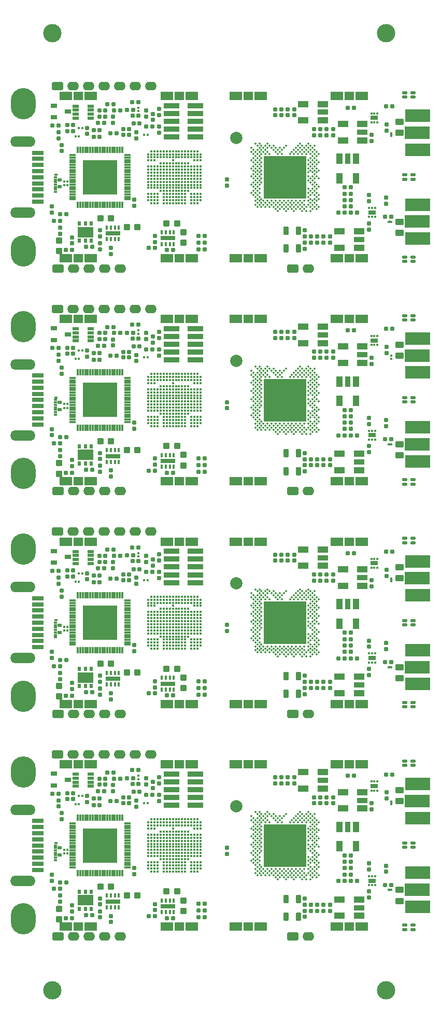
<source format=gts>
G04*
G04 #@! TF.GenerationSoftware,Altium Limited,Altium Designer,19.1.6 (110)*
G04*
G04 Layer_Color=8388736*
%FSLAX44Y44*%
%MOMM*%
G71*
G01*
G75*
%ADD52C,0.3500*%
%ADD65R,7.0000X7.0000*%
%ADD127C,3.0000*%
%ADD128C,0.3900*%
G04:AMPARAMS|DCode=129|XSize=0.6mm|YSize=0.7mm|CornerRadius=0.1mm|HoleSize=0mm|Usage=FLASHONLY|Rotation=270.000|XOffset=0mm|YOffset=0mm|HoleType=Round|Shape=RoundedRectangle|*
%AMROUNDEDRECTD129*
21,1,0.6000,0.5000,0,0,270.0*
21,1,0.4000,0.7000,0,0,270.0*
1,1,0.2000,-0.2500,-0.2000*
1,1,0.2000,-0.2500,0.2000*
1,1,0.2000,0.2500,0.2000*
1,1,0.2000,0.2500,-0.2000*
%
%ADD129ROUNDEDRECTD129*%
G04:AMPARAMS|DCode=130|XSize=0.7mm|YSize=1.1mm|CornerRadius=0.125mm|HoleSize=0mm|Usage=FLASHONLY|Rotation=270.000|XOffset=0mm|YOffset=0mm|HoleType=Round|Shape=RoundedRectangle|*
%AMROUNDEDRECTD130*
21,1,0.7000,0.8500,0,0,270.0*
21,1,0.4500,1.1000,0,0,270.0*
1,1,0.2500,-0.4250,-0.2250*
1,1,0.2500,-0.4250,0.2250*
1,1,0.2500,0.4250,0.2250*
1,1,0.2500,0.4250,-0.2250*
%
%ADD130ROUNDEDRECTD130*%
%ADD131R,0.4000X0.4500*%
G04:AMPARAMS|DCode=132|XSize=0.7mm|YSize=0.7mm|CornerRadius=0.11mm|HoleSize=0mm|Usage=FLASHONLY|Rotation=90.000|XOffset=0mm|YOffset=0mm|HoleType=Round|Shape=RoundedRectangle|*
%AMROUNDEDRECTD132*
21,1,0.7000,0.4800,0,0,90.0*
21,1,0.4800,0.7000,0,0,90.0*
1,1,0.2200,0.2400,0.2400*
1,1,0.2200,0.2400,-0.2400*
1,1,0.2200,-0.2400,-0.2400*
1,1,0.2200,-0.2400,0.2400*
%
%ADD132ROUNDEDRECTD132*%
G04:AMPARAMS|DCode=133|XSize=0.6mm|YSize=0.7mm|CornerRadius=0.1mm|HoleSize=0mm|Usage=FLASHONLY|Rotation=0.000|XOffset=0mm|YOffset=0mm|HoleType=Round|Shape=RoundedRectangle|*
%AMROUNDEDRECTD133*
21,1,0.6000,0.5000,0,0,0.0*
21,1,0.4000,0.7000,0,0,0.0*
1,1,0.2000,0.2000,-0.2500*
1,1,0.2000,-0.2000,-0.2500*
1,1,0.2000,-0.2000,0.2500*
1,1,0.2000,0.2000,0.2500*
%
%ADD133ROUNDEDRECTD133*%
%ADD134R,0.3000X1.0000*%
%ADD135R,1.0000X0.3000*%
%ADD136R,5.6500X5.6500*%
%ADD137R,1.1000X0.5000*%
%ADD138R,1.9000X0.8000*%
G04:AMPARAMS|DCode=139|XSize=0.8mm|YSize=0.5mm|CornerRadius=0.1mm|HoleSize=0mm|Usage=FLASHONLY|Rotation=180.000|XOffset=0mm|YOffset=0mm|HoleType=Round|Shape=RoundedRectangle|*
%AMROUNDEDRECTD139*
21,1,0.8000,0.3000,0,0,180.0*
21,1,0.6000,0.5000,0,0,180.0*
1,1,0.2000,-0.3000,0.1500*
1,1,0.2000,0.3000,0.1500*
1,1,0.2000,0.3000,-0.1500*
1,1,0.2000,-0.3000,-0.1500*
%
%ADD139ROUNDEDRECTD139*%
%ADD140R,0.5800X0.3100*%
%ADD141R,0.4800X0.3100*%
%ADD142R,0.7000X0.5500*%
G04:AMPARAMS|DCode=143|XSize=1.4mm|YSize=0.9mm|CornerRadius=0.15mm|HoleSize=0mm|Usage=FLASHONLY|Rotation=270.000|XOffset=0mm|YOffset=0mm|HoleType=Round|Shape=RoundedRectangle|*
%AMROUNDEDRECTD143*
21,1,1.4000,0.6000,0,0,270.0*
21,1,1.1000,0.9000,0,0,270.0*
1,1,0.3000,-0.3000,-0.5500*
1,1,0.3000,-0.3000,0.5500*
1,1,0.3000,0.3000,0.5500*
1,1,0.3000,0.3000,-0.5500*
%
%ADD143ROUNDEDRECTD143*%
G04:AMPARAMS|DCode=144|XSize=1.4mm|YSize=1.1mm|CornerRadius=0.175mm|HoleSize=0mm|Usage=FLASHONLY|Rotation=180.000|XOffset=0mm|YOffset=0mm|HoleType=Round|Shape=RoundedRectangle|*
%AMROUNDEDRECTD144*
21,1,1.4000,0.7500,0,0,180.0*
21,1,1.0500,1.1000,0,0,180.0*
1,1,0.3500,-0.5250,0.3750*
1,1,0.3500,0.5250,0.3750*
1,1,0.3500,0.5250,-0.3750*
1,1,0.3500,-0.5250,-0.3750*
%
%ADD144ROUNDEDRECTD144*%
G04:AMPARAMS|DCode=145|XSize=0.7mm|YSize=0.7mm|CornerRadius=0.11mm|HoleSize=0mm|Usage=FLASHONLY|Rotation=0.000|XOffset=0mm|YOffset=0mm|HoleType=Round|Shape=RoundedRectangle|*
%AMROUNDEDRECTD145*
21,1,0.7000,0.4800,0,0,0.0*
21,1,0.4800,0.7000,0,0,0.0*
1,1,0.2200,0.2400,-0.2400*
1,1,0.2200,-0.2400,-0.2400*
1,1,0.2200,-0.2400,0.2400*
1,1,0.2200,0.2400,0.2400*
%
%ADD145ROUNDEDRECTD145*%
G04:AMPARAMS|DCode=146|XSize=1.1mm|YSize=1mm|CornerRadius=0.1625mm|HoleSize=0mm|Usage=FLASHONLY|Rotation=180.000|XOffset=0mm|YOffset=0mm|HoleType=Round|Shape=RoundedRectangle|*
%AMROUNDEDRECTD146*
21,1,1.1000,0.6750,0,0,180.0*
21,1,0.7750,1.0000,0,0,180.0*
1,1,0.3250,-0.3875,0.3375*
1,1,0.3250,0.3875,0.3375*
1,1,0.3250,0.3875,-0.3375*
1,1,0.3250,-0.3875,-0.3375*
%
%ADD146ROUNDEDRECTD146*%
%ADD147R,2.3900X0.7400*%
%ADD148R,0.4400X0.7400*%
G04:AMPARAMS|DCode=149|XSize=1.1mm|YSize=1mm|CornerRadius=0.1625mm|HoleSize=0mm|Usage=FLASHONLY|Rotation=270.000|XOffset=0mm|YOffset=0mm|HoleType=Round|Shape=RoundedRectangle|*
%AMROUNDEDRECTD149*
21,1,1.1000,0.6750,0,0,270.0*
21,1,0.7750,1.0000,0,0,270.0*
1,1,0.3250,-0.3375,-0.3875*
1,1,0.3250,-0.3375,0.3875*
1,1,0.3250,0.3375,0.3875*
1,1,0.3250,0.3375,-0.3875*
%
%ADD149ROUNDEDRECTD149*%
%ADD150R,1.7500X1.0000*%
%ADD151R,1.7500X0.8600*%
%ADD152R,1.0000X1.7500*%
%ADD153R,0.8600X1.7500*%
%ADD154R,0.4100X0.4000*%
%ADD155R,0.4000X0.4100*%
%ADD156R,4.1000X2.1000*%
%ADD157C,2.0000*%
%ADD158R,2.5000X0.8500*%
%ADD159R,0.4500X0.4000*%
%ADD160R,1.5000X1.4000*%
%ADD161R,2.1000X1.4000*%
%ADD162R,1.3000X0.8000*%
%ADD163R,0.3500X0.4500*%
%ADD164R,2.6000X1.8000*%
%ADD165R,0.6000X0.8000*%
%ADD166O,4.1000X1.7000*%
G04:AMPARAMS|DCode=167|XSize=1.9mm|YSize=1.4mm|CornerRadius=0.375mm|HoleSize=0mm|Usage=FLASHONLY|Rotation=0.000|XOffset=0mm|YOffset=0mm|HoleType=Round|Shape=RoundedRectangle|*
%AMROUNDEDRECTD167*
21,1,1.9000,0.6500,0,0,0.0*
21,1,1.1500,1.4000,0,0,0.0*
1,1,0.7500,0.5750,-0.3250*
1,1,0.7500,-0.5750,-0.3250*
1,1,0.7500,-0.5750,0.3250*
1,1,0.7500,0.5750,0.3250*
%
%ADD167ROUNDEDRECTD167*%
%ADD168O,1.9000X1.4000*%
%ADD169O,4.1000X5.1000*%
%ADD170C,0.6000*%
G36*
X628500Y1317350D02*
X624500D01*
Y1317850D01*
X628500D01*
Y1317350D01*
D02*
G37*
G36*
X624750Y1173350D02*
X623000D01*
Y1177350D01*
X624750Y1177350D01*
Y1173350D01*
D02*
G37*
G36*
X88500Y1121350D02*
X84250D01*
Y1125350D01*
X88500D01*
Y1121350D01*
D02*
G37*
G36*
X628500Y953650D02*
X624500D01*
Y954150D01*
X628500D01*
Y953650D01*
D02*
G37*
G36*
X624750Y809650D02*
X623000D01*
Y813650D01*
X624750Y813650D01*
Y809650D01*
D02*
G37*
G36*
X88500Y757650D02*
X84250D01*
Y761650D01*
X88500D01*
Y757650D01*
D02*
G37*
G36*
X628500Y589950D02*
X624500D01*
Y590450D01*
X628500D01*
Y589950D01*
D02*
G37*
G36*
X624750Y445950D02*
X623000D01*
Y449950D01*
X624750Y449950D01*
Y445950D01*
D02*
G37*
G36*
X88500Y393950D02*
X84250D01*
Y397950D01*
X88500D01*
Y393950D01*
D02*
G37*
G36*
X628500Y226250D02*
X624500D01*
Y226750D01*
X628500D01*
Y226250D01*
D02*
G37*
G36*
X624750Y82250D02*
X623000D01*
Y86250D01*
X624750Y86250D01*
Y82250D01*
D02*
G37*
G36*
X88500Y30250D02*
X84250D01*
Y34250D01*
X88500D01*
Y30250D01*
D02*
G37*
D52*
X490560Y211400D02*
D03*
X493890Y208070D02*
D03*
X497220Y204740D02*
D03*
X500550Y201410D02*
D03*
X503880Y198080D02*
D03*
X507210Y194750D02*
D03*
X503880Y191420D02*
D03*
X500550Y194750D02*
D03*
X493890Y201410D02*
D03*
X497220Y198080D02*
D03*
X487230Y208070D02*
D03*
X490560Y204740D02*
D03*
X487230Y201410D02*
D03*
X483900Y204740D02*
D03*
X493890Y194750D02*
D03*
X490560Y198080D02*
D03*
X497220Y191420D02*
D03*
X500550Y188090D02*
D03*
X483900Y198080D02*
D03*
X480570Y201410D02*
D03*
X487230Y194750D02*
D03*
X497220Y184760D02*
D03*
X493890Y188090D02*
D03*
X473910Y208070D02*
D03*
X477240Y204740D02*
D03*
Y211400D02*
D03*
X480570Y208070D02*
D03*
X503880Y178100D02*
D03*
X500550Y181430D02*
D03*
X507210D02*
D03*
X503880Y184760D02*
D03*
X497220Y178100D02*
D03*
X500550Y174770D02*
D03*
X490560Y184760D02*
D03*
X493890Y181430D02*
D03*
X477240Y198080D02*
D03*
X480570Y194750D02*
D03*
X470580Y204740D02*
D03*
X473910Y201410D02*
D03*
X470580Y198080D02*
D03*
X467250Y201410D02*
D03*
X473910Y194750D02*
D03*
X467250D02*
D03*
X463920Y198080D02*
D03*
X460590Y194750D02*
D03*
X507210Y168110D02*
D03*
X503880Y171440D02*
D03*
X500550Y168110D02*
D03*
X503880Y164780D02*
D03*
X490560Y178100D02*
D03*
X497220Y171440D02*
D03*
X493890Y174770D02*
D03*
X503880Y158120D02*
D03*
X507210Y154790D02*
D03*
X493890Y168110D02*
D03*
X490560Y171440D02*
D03*
X500550Y161450D02*
D03*
X497220Y164780D02*
D03*
X490560D02*
D03*
X500550Y154790D02*
D03*
X497220Y158120D02*
D03*
Y151460D02*
D03*
X500550Y148130D02*
D03*
X490560Y158120D02*
D03*
X493890Y154790D02*
D03*
X507210Y141470D02*
D03*
X503880Y144800D02*
D03*
X497220D02*
D03*
X500550Y141470D02*
D03*
X490560Y151460D02*
D03*
X493890Y148130D02*
D03*
X503880Y138140D02*
D03*
X497220D02*
D03*
X500550Y134810D02*
D03*
X507210Y128150D02*
D03*
X503880Y131480D02*
D03*
X497220D02*
D03*
X500550Y128150D02*
D03*
X490560Y138140D02*
D03*
X493890Y134810D02*
D03*
X507210Y121490D02*
D03*
X503880Y124820D02*
D03*
X500550Y121490D02*
D03*
X490560Y131480D02*
D03*
X493890Y128150D02*
D03*
X500550Y114830D02*
D03*
X490560Y124820D02*
D03*
X493890Y121490D02*
D03*
X507210Y108170D02*
D03*
X503880Y111500D02*
D03*
X497220D02*
D03*
X500550Y108170D02*
D03*
X493890Y114830D02*
D03*
X503880Y104840D02*
D03*
X497220D02*
D03*
X490560Y111500D02*
D03*
X493890Y108170D02*
D03*
X500550Y208070D02*
D03*
X447270Y194750D02*
D03*
X440610D02*
D03*
X443940Y198080D02*
D03*
X447270Y201410D02*
D03*
X450600Y204740D02*
D03*
X453930Y208070D02*
D03*
X437280Y198080D02*
D03*
X440610Y201410D02*
D03*
X437280Y204740D02*
D03*
X433950Y201410D02*
D03*
Y208070D02*
D03*
X430620Y204740D02*
D03*
X443940D02*
D03*
X427290Y208070D02*
D03*
X423960Y211400D02*
D03*
X420630Y208070D02*
D03*
X423960Y204740D02*
D03*
X427290Y194750D02*
D03*
X423960Y198080D02*
D03*
X420630Y201410D02*
D03*
X413970Y208070D02*
D03*
X417300Y204740D02*
D03*
X410640Y211400D02*
D03*
X403980D02*
D03*
X410640Y204740D02*
D03*
X407310Y208070D02*
D03*
X413970Y201410D02*
D03*
X417300Y198080D02*
D03*
X420630Y194750D02*
D03*
X407310Y201410D02*
D03*
X410640Y198080D02*
D03*
X413970Y194750D02*
D03*
X397320Y204740D02*
D03*
X403980Y198080D02*
D03*
X400650Y201410D02*
D03*
X407310Y194750D02*
D03*
X410640Y191420D02*
D03*
X413970Y188090D02*
D03*
X397320Y198080D02*
D03*
X403980Y191420D02*
D03*
X400650Y194750D02*
D03*
X407310Y188090D02*
D03*
X410640Y184760D02*
D03*
X413970Y181430D02*
D03*
X403980Y184760D02*
D03*
X400650Y188090D02*
D03*
X407310Y181430D02*
D03*
X410640Y178100D02*
D03*
X413970Y174770D02*
D03*
X397320Y184760D02*
D03*
X403980Y178100D02*
D03*
X400650Y181430D02*
D03*
X407310Y174770D02*
D03*
X410640Y171440D02*
D03*
X413970Y168110D02*
D03*
X403980Y171440D02*
D03*
X400650Y174770D02*
D03*
X407310Y168110D02*
D03*
X410640Y164780D02*
D03*
X413970Y161450D02*
D03*
X397320Y171440D02*
D03*
X403980Y164780D02*
D03*
X400650Y168110D02*
D03*
X407310Y161450D02*
D03*
X410640Y158120D02*
D03*
X413970Y154790D02*
D03*
X403980Y158120D02*
D03*
X400650Y161450D02*
D03*
X407310Y154790D02*
D03*
X410640Y151460D02*
D03*
X413970Y148130D02*
D03*
X397320Y158120D02*
D03*
X403980Y151460D02*
D03*
X400650Y154790D02*
D03*
X407310Y148130D02*
D03*
X410640Y144800D02*
D03*
X403980Y144800D02*
D03*
X400650Y148130D02*
D03*
X407310Y141470D02*
D03*
X410640Y138140D02*
D03*
X397320Y144800D02*
D03*
X403980Y138140D02*
D03*
X400650Y141470D02*
D03*
X407310Y134810D02*
D03*
X410640Y131480D02*
D03*
X400650Y134810D02*
D03*
X407310Y128150D02*
D03*
X403980Y131480D02*
D03*
X410640Y124820D02*
D03*
X413970Y121490D02*
D03*
X417300Y118160D02*
D03*
X397320Y131480D02*
D03*
X403980Y124820D02*
D03*
X400650Y128150D02*
D03*
X407310Y121489D02*
D03*
X410640Y118160D02*
D03*
X413970Y114830D02*
D03*
X420630Y108169D02*
D03*
X417300Y111500D02*
D03*
X423960D02*
D03*
X420630Y114830D02*
D03*
X413970Y108169D02*
D03*
X410640Y111500D02*
D03*
X407310Y114830D02*
D03*
X403980Y118160D02*
D03*
X407310Y108169D02*
D03*
X403980Y111500D02*
D03*
X423960Y118160D02*
D03*
X430620D02*
D03*
X437280D02*
D03*
X443940D02*
D03*
X450600D02*
D03*
X457260D02*
D03*
X463920D02*
D03*
X470580D02*
D03*
X477240D02*
D03*
X483900D02*
D03*
X490560D02*
D03*
X497220D02*
D03*
X503880D02*
D03*
X427290Y114830D02*
D03*
X433950D02*
D03*
X440610D02*
D03*
X447270D02*
D03*
X453930D02*
D03*
X460590D02*
D03*
X467250D02*
D03*
X480570D02*
D03*
X473910D02*
D03*
X483900Y111500D02*
D03*
X477240D02*
D03*
X470580D02*
D03*
X463920D02*
D03*
X457260D02*
D03*
X450600D02*
D03*
X443940D02*
D03*
X437280D02*
D03*
X430620D02*
D03*
X480570Y108169D02*
D03*
X473910D02*
D03*
X467250D02*
D03*
X460590D02*
D03*
X453930D02*
D03*
X447270D02*
D03*
X440610D02*
D03*
X433950D02*
D03*
X427290D02*
D03*
X487230D02*
D03*
X493890Y101510D02*
D03*
X483900Y104839D02*
D03*
X437280D02*
D03*
X443940D02*
D03*
X450600D02*
D03*
X457260D02*
D03*
X463920D02*
D03*
X470580D02*
D03*
X477240D02*
D03*
X487230Y101510D02*
D03*
X480570D02*
D03*
X467250D02*
D03*
X453930D02*
D03*
X440610D02*
D03*
X490560Y575100D02*
D03*
X493890Y571770D02*
D03*
X497220Y568440D02*
D03*
X500550Y565110D02*
D03*
X503880Y561780D02*
D03*
X507210Y558450D02*
D03*
X503880Y555120D02*
D03*
X500550Y558450D02*
D03*
X493890Y565110D02*
D03*
X497220Y561780D02*
D03*
X487230Y571770D02*
D03*
X490560Y568440D02*
D03*
X487230Y565110D02*
D03*
X483900Y568440D02*
D03*
X493890Y558450D02*
D03*
X490560Y561780D02*
D03*
X497220Y555120D02*
D03*
X500550Y551790D02*
D03*
X483900Y561780D02*
D03*
X480570Y565110D02*
D03*
X487230Y558450D02*
D03*
X497220Y548460D02*
D03*
X493890Y551790D02*
D03*
X473910Y571770D02*
D03*
X477240Y568440D02*
D03*
Y575100D02*
D03*
X480570Y571770D02*
D03*
X503880Y541800D02*
D03*
X500550Y545130D02*
D03*
X507210D02*
D03*
X503880Y548460D02*
D03*
X497220Y541800D02*
D03*
X500550Y538470D02*
D03*
X490560Y548460D02*
D03*
X493890Y545130D02*
D03*
X477240Y561780D02*
D03*
X480570Y558450D02*
D03*
X470580Y568440D02*
D03*
X473910Y565110D02*
D03*
X470580Y561780D02*
D03*
X467250Y565110D02*
D03*
X473910Y558450D02*
D03*
X467250D02*
D03*
X463920Y561780D02*
D03*
X460590Y558450D02*
D03*
X507210Y531810D02*
D03*
X503880Y535140D02*
D03*
X500550Y531810D02*
D03*
X503880Y528480D02*
D03*
X490560Y541800D02*
D03*
X497220Y535140D02*
D03*
X493890Y538470D02*
D03*
X503880Y521820D02*
D03*
X507210Y518490D02*
D03*
X493890Y531810D02*
D03*
X490560Y535140D02*
D03*
X500550Y525150D02*
D03*
X497220Y528480D02*
D03*
X490560D02*
D03*
X500550Y518490D02*
D03*
X497220Y521820D02*
D03*
Y515160D02*
D03*
X500550Y511830D02*
D03*
X490560Y521820D02*
D03*
X493890Y518490D02*
D03*
X507210Y505170D02*
D03*
X503880Y508500D02*
D03*
X497220D02*
D03*
X500550Y505170D02*
D03*
X490560Y515160D02*
D03*
X493890Y511830D02*
D03*
X503880Y501840D02*
D03*
X497220D02*
D03*
X500550Y498510D02*
D03*
X507210Y491850D02*
D03*
X503880Y495180D02*
D03*
X497220D02*
D03*
X500550Y491850D02*
D03*
X490560Y501840D02*
D03*
X493890Y498510D02*
D03*
X507210Y485190D02*
D03*
X503880Y488520D02*
D03*
X500550Y485190D02*
D03*
X490560Y495180D02*
D03*
X493890Y491850D02*
D03*
X500550Y478530D02*
D03*
X490560Y488520D02*
D03*
X493890Y485190D02*
D03*
X507210Y471870D02*
D03*
X503880Y475200D02*
D03*
X497220D02*
D03*
X500550Y471870D02*
D03*
X493890Y478530D02*
D03*
X503880Y468540D02*
D03*
X497220D02*
D03*
X490560Y475200D02*
D03*
X493890Y471870D02*
D03*
X500550Y571770D02*
D03*
X447270Y558450D02*
D03*
X440610D02*
D03*
X443940Y561780D02*
D03*
X447270Y565110D02*
D03*
X450600Y568440D02*
D03*
X453930Y571770D02*
D03*
X437280Y561780D02*
D03*
X440610Y565110D02*
D03*
X437280Y568440D02*
D03*
X433950Y565110D02*
D03*
Y571770D02*
D03*
X430620Y568440D02*
D03*
X443940D02*
D03*
X427290Y571770D02*
D03*
X423960Y575100D02*
D03*
X420630Y571770D02*
D03*
X423960Y568440D02*
D03*
X427290Y558450D02*
D03*
X423960Y561780D02*
D03*
X420630Y565110D02*
D03*
X413970Y571770D02*
D03*
X417300Y568440D02*
D03*
X410640Y575100D02*
D03*
X403980D02*
D03*
X410640Y568440D02*
D03*
X407310Y571770D02*
D03*
X413970Y565110D02*
D03*
X417300Y561780D02*
D03*
X420630Y558450D02*
D03*
X407310Y565110D02*
D03*
X410640Y561780D02*
D03*
X413970Y558450D02*
D03*
X397320Y568440D02*
D03*
X403980Y561780D02*
D03*
X400650Y565110D02*
D03*
X407310Y558450D02*
D03*
X410640Y555120D02*
D03*
X413970Y551790D02*
D03*
X397320Y561780D02*
D03*
X403980Y555120D02*
D03*
X400650Y558450D02*
D03*
X407310Y551790D02*
D03*
X410640Y548460D02*
D03*
X413970Y545130D02*
D03*
X403980Y548460D02*
D03*
X400650Y551790D02*
D03*
X407310Y545130D02*
D03*
X410640Y541800D02*
D03*
X413970Y538470D02*
D03*
X397320Y548460D02*
D03*
X403980Y541800D02*
D03*
X400650Y545130D02*
D03*
X407310Y538470D02*
D03*
X410640Y535140D02*
D03*
X413970Y531810D02*
D03*
X403980Y535140D02*
D03*
X400650Y538470D02*
D03*
X407310Y531810D02*
D03*
X410640Y528480D02*
D03*
X413970Y525150D02*
D03*
X397320Y535140D02*
D03*
X403980Y528480D02*
D03*
X400650Y531810D02*
D03*
X407310Y525150D02*
D03*
X410640Y521820D02*
D03*
X413970Y518490D02*
D03*
X403980Y521820D02*
D03*
X400650Y525150D02*
D03*
X407310Y518490D02*
D03*
X410640Y515160D02*
D03*
X413970Y511830D02*
D03*
X397320Y521820D02*
D03*
X403980Y515160D02*
D03*
X400650Y518490D02*
D03*
X407310Y511830D02*
D03*
X410640Y508500D02*
D03*
X403980Y508500D02*
D03*
X400650Y511830D02*
D03*
X407310Y505170D02*
D03*
X410640Y501840D02*
D03*
X397320Y508500D02*
D03*
X403980Y501840D02*
D03*
X400650Y505170D02*
D03*
X407310Y498510D02*
D03*
X410640Y495180D02*
D03*
X400650Y498510D02*
D03*
X407310Y491850D02*
D03*
X403980Y495180D02*
D03*
X410640Y488520D02*
D03*
X413970Y485190D02*
D03*
X417300Y481860D02*
D03*
X397320Y495180D02*
D03*
X403980Y488520D02*
D03*
X400650Y491850D02*
D03*
X407310Y485190D02*
D03*
X410640Y481860D02*
D03*
X413970Y478530D02*
D03*
X420630Y471870D02*
D03*
X417300Y475200D02*
D03*
X423960D02*
D03*
X420630Y478530D02*
D03*
X413970Y471870D02*
D03*
X410640Y475200D02*
D03*
X407310Y478530D02*
D03*
X403980Y481860D02*
D03*
X407310Y471870D02*
D03*
X403980Y475200D02*
D03*
X423960Y481860D02*
D03*
X430620D02*
D03*
X437280D02*
D03*
X443940D02*
D03*
X450600D02*
D03*
X457260D02*
D03*
X463920D02*
D03*
X470580D02*
D03*
X477240D02*
D03*
X483900D02*
D03*
X490560D02*
D03*
X497220D02*
D03*
X503880D02*
D03*
X427290Y478530D02*
D03*
X433950D02*
D03*
X440610D02*
D03*
X447270D02*
D03*
X453930D02*
D03*
X460590D02*
D03*
X467250D02*
D03*
X480570D02*
D03*
X473910D02*
D03*
X483900Y475200D02*
D03*
X477240D02*
D03*
X470580D02*
D03*
X463920D02*
D03*
X457260D02*
D03*
X450600D02*
D03*
X443940D02*
D03*
X437280D02*
D03*
X430620D02*
D03*
X480570Y471870D02*
D03*
X473910D02*
D03*
X467250D02*
D03*
X460590D02*
D03*
X453930D02*
D03*
X447270D02*
D03*
X440610D02*
D03*
X433950D02*
D03*
X427290D02*
D03*
X487230D02*
D03*
X493890Y465210D02*
D03*
X483900Y468540D02*
D03*
X437280D02*
D03*
X443940D02*
D03*
X450600D02*
D03*
X457260D02*
D03*
X463920D02*
D03*
X470580D02*
D03*
X477240D02*
D03*
X487230Y465210D02*
D03*
X480570D02*
D03*
X467250D02*
D03*
X453930D02*
D03*
X440610D02*
D03*
X490560Y938800D02*
D03*
X493890Y935470D02*
D03*
X497220Y932140D02*
D03*
X500550Y928810D02*
D03*
X503880Y925480D02*
D03*
X507210Y922150D02*
D03*
X503880Y918820D02*
D03*
X500550Y922150D02*
D03*
X493890Y928810D02*
D03*
X497220Y925480D02*
D03*
X487230Y935470D02*
D03*
X490560Y932140D02*
D03*
X487230Y928810D02*
D03*
X483900Y932140D02*
D03*
X493890Y922150D02*
D03*
X490560Y925480D02*
D03*
X497220Y918820D02*
D03*
X500550Y915490D02*
D03*
X483900Y925480D02*
D03*
X480570Y928810D02*
D03*
X487230Y922150D02*
D03*
X497220Y912160D02*
D03*
X493890Y915490D02*
D03*
X473910Y935470D02*
D03*
X477240Y932140D02*
D03*
Y938800D02*
D03*
X480570Y935470D02*
D03*
X503880Y905500D02*
D03*
X500550Y908830D02*
D03*
X507210D02*
D03*
X503880Y912160D02*
D03*
X497220Y905500D02*
D03*
X500550Y902170D02*
D03*
X490560Y912160D02*
D03*
X493890Y908830D02*
D03*
X477240Y925480D02*
D03*
X480570Y922150D02*
D03*
X470580Y932140D02*
D03*
X473910Y928810D02*
D03*
X470580Y925480D02*
D03*
X467250Y928810D02*
D03*
X473910Y922150D02*
D03*
X467250D02*
D03*
X463920Y925480D02*
D03*
X460590Y922150D02*
D03*
X507210Y895510D02*
D03*
X503880Y898840D02*
D03*
X500550Y895510D02*
D03*
X503880Y892180D02*
D03*
X490560Y905500D02*
D03*
X497220Y898840D02*
D03*
X493890Y902170D02*
D03*
X503880Y885520D02*
D03*
X507210Y882190D02*
D03*
X493890Y895510D02*
D03*
X490560Y898840D02*
D03*
X500550Y888850D02*
D03*
X497220Y892180D02*
D03*
X490560D02*
D03*
X500550Y882190D02*
D03*
X497220Y885520D02*
D03*
Y878860D02*
D03*
X500550Y875530D02*
D03*
X490560Y885520D02*
D03*
X493890Y882190D02*
D03*
X507210Y868870D02*
D03*
X503880Y872200D02*
D03*
X497220D02*
D03*
X500550Y868870D02*
D03*
X490560Y878860D02*
D03*
X493890Y875530D02*
D03*
X503880Y865540D02*
D03*
X497220D02*
D03*
X500550Y862210D02*
D03*
X507210Y855550D02*
D03*
X503880Y858880D02*
D03*
X497220D02*
D03*
X500550Y855550D02*
D03*
X490560Y865540D02*
D03*
X493890Y862210D02*
D03*
X507210Y848890D02*
D03*
X503880Y852220D02*
D03*
X500550Y848890D02*
D03*
X490560Y858880D02*
D03*
X493890Y855550D02*
D03*
X500550Y842230D02*
D03*
X490560Y852220D02*
D03*
X493890Y848890D02*
D03*
X507210Y835570D02*
D03*
X503880Y838900D02*
D03*
X497220D02*
D03*
X500550Y835570D02*
D03*
X493890Y842230D02*
D03*
X503880Y832240D02*
D03*
X497220D02*
D03*
X490560Y838900D02*
D03*
X493890Y835570D02*
D03*
X500550Y935470D02*
D03*
X447270Y922150D02*
D03*
X440610D02*
D03*
X443940Y925480D02*
D03*
X447270Y928810D02*
D03*
X450600Y932140D02*
D03*
X453930Y935470D02*
D03*
X437280Y925480D02*
D03*
X440610Y928810D02*
D03*
X437280Y932140D02*
D03*
X433950Y928810D02*
D03*
Y935470D02*
D03*
X430620Y932140D02*
D03*
X443940D02*
D03*
X427290Y935470D02*
D03*
X423960Y938800D02*
D03*
X420630Y935470D02*
D03*
X423960Y932140D02*
D03*
X427290Y922150D02*
D03*
X423960Y925480D02*
D03*
X420630Y928810D02*
D03*
X413970Y935470D02*
D03*
X417300Y932140D02*
D03*
X410640Y938800D02*
D03*
X403980D02*
D03*
X410640Y932140D02*
D03*
X407310Y935470D02*
D03*
X413970Y928810D02*
D03*
X417300Y925480D02*
D03*
X420630Y922150D02*
D03*
X407310Y928810D02*
D03*
X410640Y925480D02*
D03*
X413970Y922150D02*
D03*
X397320Y932140D02*
D03*
X403980Y925480D02*
D03*
X400650Y928810D02*
D03*
X407310Y922150D02*
D03*
X410640Y918820D02*
D03*
X413970Y915490D02*
D03*
X397320Y925480D02*
D03*
X403980Y918820D02*
D03*
X400650Y922150D02*
D03*
X407310Y915490D02*
D03*
X410640Y912160D02*
D03*
X413970Y908830D02*
D03*
X403980Y912160D02*
D03*
X400650Y915490D02*
D03*
X407310Y908830D02*
D03*
X410640Y905500D02*
D03*
X413970Y902170D02*
D03*
X397320Y912160D02*
D03*
X403980Y905500D02*
D03*
X400650Y908830D02*
D03*
X407310Y902170D02*
D03*
X410640Y898840D02*
D03*
X413970Y895510D02*
D03*
X403980Y898840D02*
D03*
X400650Y902170D02*
D03*
X407310Y895510D02*
D03*
X410640Y892180D02*
D03*
X413970Y888850D02*
D03*
X397320Y898840D02*
D03*
X403980Y892180D02*
D03*
X400650Y895510D02*
D03*
X407310Y888850D02*
D03*
X410640Y885520D02*
D03*
X413970Y882190D02*
D03*
X403980Y885520D02*
D03*
X400650Y888850D02*
D03*
X407310Y882190D02*
D03*
X410640Y878860D02*
D03*
X413970Y875530D02*
D03*
X397320Y885520D02*
D03*
X403980Y878860D02*
D03*
X400650Y882190D02*
D03*
X407310Y875530D02*
D03*
X410640Y872200D02*
D03*
X403980Y872200D02*
D03*
X400650Y875530D02*
D03*
X407310Y868870D02*
D03*
X410640Y865540D02*
D03*
X397320Y872200D02*
D03*
X403980Y865540D02*
D03*
X400650Y868870D02*
D03*
X407310Y862210D02*
D03*
X410640Y858880D02*
D03*
X400650Y862210D02*
D03*
X407310Y855550D02*
D03*
X403980Y858880D02*
D03*
X410640Y852220D02*
D03*
X413970Y848890D02*
D03*
X417300Y845560D02*
D03*
X397320Y858880D02*
D03*
X403980Y852220D02*
D03*
X400650Y855550D02*
D03*
X407310Y848890D02*
D03*
X410640Y845560D02*
D03*
X413970Y842230D02*
D03*
X420630Y835570D02*
D03*
X417300Y838900D02*
D03*
X423960D02*
D03*
X420630Y842230D02*
D03*
X413970Y835570D02*
D03*
X410640Y838900D02*
D03*
X407310Y842230D02*
D03*
X403980Y845560D02*
D03*
X407310Y835570D02*
D03*
X403980Y838900D02*
D03*
X423960Y845560D02*
D03*
X430620D02*
D03*
X437280D02*
D03*
X443940D02*
D03*
X450600D02*
D03*
X457260D02*
D03*
X463920D02*
D03*
X470580D02*
D03*
X477240D02*
D03*
X483900D02*
D03*
X490560D02*
D03*
X497220D02*
D03*
X503880D02*
D03*
X427290Y842230D02*
D03*
X433950D02*
D03*
X440610D02*
D03*
X447270D02*
D03*
X453930D02*
D03*
X460590D02*
D03*
X467250D02*
D03*
X480570D02*
D03*
X473910D02*
D03*
X483900Y838900D02*
D03*
X477240D02*
D03*
X470580D02*
D03*
X463920D02*
D03*
X457260D02*
D03*
X450600D02*
D03*
X443940D02*
D03*
X437280D02*
D03*
X430620D02*
D03*
X480570Y835570D02*
D03*
X473910D02*
D03*
X467250D02*
D03*
X460590D02*
D03*
X453930D02*
D03*
X447270D02*
D03*
X440610D02*
D03*
X433950D02*
D03*
X427290D02*
D03*
X487230D02*
D03*
X493890Y828910D02*
D03*
X483900Y832240D02*
D03*
X437280D02*
D03*
X443940D02*
D03*
X450600D02*
D03*
X457260D02*
D03*
X463920D02*
D03*
X470580D02*
D03*
X477240D02*
D03*
X487230Y828910D02*
D03*
X480570D02*
D03*
X467250D02*
D03*
X453930D02*
D03*
X440610D02*
D03*
X490560Y1302500D02*
D03*
X493890Y1299170D02*
D03*
X497220Y1295840D02*
D03*
X500550Y1292510D02*
D03*
X503880Y1289180D02*
D03*
X507210Y1285850D02*
D03*
X503880Y1282520D02*
D03*
X500550Y1285850D02*
D03*
X493890Y1292510D02*
D03*
X497220Y1289180D02*
D03*
X487230Y1299170D02*
D03*
X490560Y1295840D02*
D03*
X487230Y1292510D02*
D03*
X483900Y1295840D02*
D03*
X493890Y1285850D02*
D03*
X490560Y1289180D02*
D03*
X497220Y1282520D02*
D03*
X500550Y1279190D02*
D03*
X483900Y1289180D02*
D03*
X480570Y1292510D02*
D03*
X487230Y1285850D02*
D03*
X497220Y1275860D02*
D03*
X493890Y1279190D02*
D03*
X473910Y1299170D02*
D03*
X477240Y1295840D02*
D03*
Y1302500D02*
D03*
X480570Y1299170D02*
D03*
X503880Y1269200D02*
D03*
X500550Y1272530D02*
D03*
X507210D02*
D03*
X503880Y1275860D02*
D03*
X497220Y1269200D02*
D03*
X500550Y1265870D02*
D03*
X490560Y1275860D02*
D03*
X493890Y1272530D02*
D03*
X477240Y1289180D02*
D03*
X480570Y1285850D02*
D03*
X470580Y1295840D02*
D03*
X473910Y1292510D02*
D03*
X470580Y1289180D02*
D03*
X467250Y1292510D02*
D03*
X473910Y1285850D02*
D03*
X467250D02*
D03*
X463920Y1289180D02*
D03*
X460590Y1285850D02*
D03*
X507210Y1259210D02*
D03*
X503880Y1262540D02*
D03*
X500550Y1259210D02*
D03*
X503880Y1255880D02*
D03*
X490560Y1269200D02*
D03*
X497220Y1262540D02*
D03*
X493890Y1265870D02*
D03*
X503880Y1249220D02*
D03*
X507210Y1245890D02*
D03*
X493890Y1259210D02*
D03*
X490560Y1262540D02*
D03*
X500550Y1252550D02*
D03*
X497220Y1255880D02*
D03*
X490560D02*
D03*
X500550Y1245890D02*
D03*
X497220Y1249220D02*
D03*
Y1242560D02*
D03*
X500550Y1239230D02*
D03*
X490560Y1249220D02*
D03*
X493890Y1245890D02*
D03*
X507210Y1232570D02*
D03*
X503880Y1235900D02*
D03*
X497220D02*
D03*
X500550Y1232570D02*
D03*
X490560Y1242560D02*
D03*
X493890Y1239230D02*
D03*
X503880Y1229240D02*
D03*
X497220D02*
D03*
X500550Y1225910D02*
D03*
X507210Y1219250D02*
D03*
X503880Y1222580D02*
D03*
X497220D02*
D03*
X500550Y1219250D02*
D03*
X490560Y1229240D02*
D03*
X493890Y1225910D02*
D03*
X507210Y1212590D02*
D03*
X503880Y1215920D02*
D03*
X500550Y1212590D02*
D03*
X490560Y1222580D02*
D03*
X493890Y1219250D02*
D03*
X500550Y1205930D02*
D03*
X490560Y1215920D02*
D03*
X493890Y1212590D02*
D03*
X507210Y1199270D02*
D03*
X503880Y1202600D02*
D03*
X497220D02*
D03*
X500550Y1199270D02*
D03*
X493890Y1205930D02*
D03*
X503880Y1195940D02*
D03*
X497220D02*
D03*
X490560Y1202600D02*
D03*
X493890Y1199270D02*
D03*
X500550Y1299170D02*
D03*
X447270Y1285850D02*
D03*
X440610D02*
D03*
X443940Y1289180D02*
D03*
X447270Y1292510D02*
D03*
X450600Y1295840D02*
D03*
X453930Y1299170D02*
D03*
X437280Y1289180D02*
D03*
X440610Y1292510D02*
D03*
X437280Y1295840D02*
D03*
X433950Y1292510D02*
D03*
Y1299170D02*
D03*
X430620Y1295840D02*
D03*
X443940D02*
D03*
X427290Y1299170D02*
D03*
X423960Y1302500D02*
D03*
X420630Y1299170D02*
D03*
X423960Y1295840D02*
D03*
X427290Y1285850D02*
D03*
X423960Y1289180D02*
D03*
X420630Y1292510D02*
D03*
X413970Y1299170D02*
D03*
X417300Y1295840D02*
D03*
X410640Y1302500D02*
D03*
X403980D02*
D03*
X410640Y1295840D02*
D03*
X407310Y1299170D02*
D03*
X413970Y1292510D02*
D03*
X417300Y1289180D02*
D03*
X420630Y1285850D02*
D03*
X407310Y1292510D02*
D03*
X410640Y1289180D02*
D03*
X413970Y1285850D02*
D03*
X397320Y1295840D02*
D03*
X403980Y1289180D02*
D03*
X400650Y1292510D02*
D03*
X407310Y1285850D02*
D03*
X410640Y1282520D02*
D03*
X413970Y1279190D02*
D03*
X397320Y1289180D02*
D03*
X403980Y1282520D02*
D03*
X400650Y1285850D02*
D03*
X407310Y1279190D02*
D03*
X410640Y1275860D02*
D03*
X413970Y1272530D02*
D03*
X403980Y1275860D02*
D03*
X400650Y1279190D02*
D03*
X407310Y1272530D02*
D03*
X410640Y1269200D02*
D03*
X413970Y1265870D02*
D03*
X397320Y1275860D02*
D03*
X403980Y1269200D02*
D03*
X400650Y1272530D02*
D03*
X407310Y1265870D02*
D03*
X410640Y1262540D02*
D03*
X413970Y1259210D02*
D03*
X403980Y1262540D02*
D03*
X400650Y1265870D02*
D03*
X407310Y1259210D02*
D03*
X410640Y1255880D02*
D03*
X413970Y1252550D02*
D03*
X397320Y1262540D02*
D03*
X403980Y1255880D02*
D03*
X400650Y1259210D02*
D03*
X407310Y1252550D02*
D03*
X410640Y1249220D02*
D03*
X413970Y1245890D02*
D03*
X403980Y1249220D02*
D03*
X400650Y1252550D02*
D03*
X407310Y1245890D02*
D03*
X410640Y1242560D02*
D03*
X413970Y1239230D02*
D03*
X397320Y1249220D02*
D03*
X403980Y1242560D02*
D03*
X400650Y1245890D02*
D03*
X407310Y1239230D02*
D03*
X410640Y1235900D02*
D03*
X403980Y1235900D02*
D03*
X400650Y1239230D02*
D03*
X407310Y1232570D02*
D03*
X410640Y1229240D02*
D03*
X397320Y1235900D02*
D03*
X403980Y1229240D02*
D03*
X400650Y1232570D02*
D03*
X407310Y1225910D02*
D03*
X410640Y1222580D02*
D03*
X400650Y1225910D02*
D03*
X407310Y1219250D02*
D03*
X403980Y1222580D02*
D03*
X410640Y1215920D02*
D03*
X413970Y1212590D02*
D03*
X417300Y1209260D02*
D03*
X397320Y1222580D02*
D03*
X403980Y1215920D02*
D03*
X400650Y1219250D02*
D03*
X407310Y1212590D02*
D03*
X410640Y1209260D02*
D03*
X413970Y1205930D02*
D03*
X420630Y1199270D02*
D03*
X417300Y1202600D02*
D03*
X423960D02*
D03*
X420630Y1205930D02*
D03*
X413970Y1199270D02*
D03*
X410640Y1202600D02*
D03*
X407310Y1205930D02*
D03*
X403980Y1209260D02*
D03*
X407310Y1199270D02*
D03*
X403980Y1202600D02*
D03*
X423960Y1209260D02*
D03*
X430620D02*
D03*
X437280D02*
D03*
X443940D02*
D03*
X450600D02*
D03*
X457260D02*
D03*
X463920D02*
D03*
X470580D02*
D03*
X477240D02*
D03*
X483900D02*
D03*
X490560D02*
D03*
X497220D02*
D03*
X503880D02*
D03*
X427290Y1205930D02*
D03*
X433950D02*
D03*
X440610D02*
D03*
X447270D02*
D03*
X453930D02*
D03*
X460590D02*
D03*
X467250D02*
D03*
X480570D02*
D03*
X473910D02*
D03*
X483900Y1202600D02*
D03*
X477240D02*
D03*
X470580D02*
D03*
X463920D02*
D03*
X457260D02*
D03*
X450600D02*
D03*
X443940D02*
D03*
X437280D02*
D03*
X430620D02*
D03*
X480570Y1199270D02*
D03*
X473910D02*
D03*
X467250D02*
D03*
X460590D02*
D03*
X453930D02*
D03*
X447270D02*
D03*
X440610D02*
D03*
X433950D02*
D03*
X427290D02*
D03*
X487230D02*
D03*
X493890Y1192610D02*
D03*
X483900Y1195940D02*
D03*
X437280D02*
D03*
X443940D02*
D03*
X450600D02*
D03*
X457260D02*
D03*
X463920D02*
D03*
X470580D02*
D03*
X477240D02*
D03*
X487230Y1192610D02*
D03*
X480570D02*
D03*
X467250D02*
D03*
X453930D02*
D03*
X440610D02*
D03*
D65*
X452160Y156410D02*
D03*
Y520110D02*
D03*
Y883810D02*
D03*
Y1247510D02*
D03*
D127*
X71999Y1482800D02*
D03*
X617999D02*
D03*
X618000Y-80000D02*
D03*
X72000D02*
D03*
D128*
X234349Y199350D02*
D03*
X239349D02*
D03*
X244349D02*
D03*
X249349D02*
D03*
X254349D02*
D03*
X259349D02*
D03*
X264349D02*
D03*
X269349D02*
D03*
X274349D02*
D03*
X279349D02*
D03*
X284349D02*
D03*
X289349D02*
D03*
X294349D02*
D03*
X299349D02*
D03*
X304349D02*
D03*
X309349D02*
D03*
X229349Y194350D02*
D03*
X234349D02*
D03*
X239349D02*
D03*
X244349D02*
D03*
X249349D02*
D03*
X254349D02*
D03*
X259349D02*
D03*
X264349D02*
D03*
X269349D02*
D03*
X274349D02*
D03*
X279349D02*
D03*
X284349D02*
D03*
X289349D02*
D03*
X294349D02*
D03*
X299349D02*
D03*
X304349D02*
D03*
X309349D02*
D03*
X314349D02*
D03*
X229349Y189350D02*
D03*
X234349D02*
D03*
X239349D02*
D03*
X244349D02*
D03*
X249349D02*
D03*
X254349D02*
D03*
X259349D02*
D03*
X264349D02*
D03*
X269349D02*
D03*
X274349D02*
D03*
X279349D02*
D03*
X284349D02*
D03*
X289349D02*
D03*
X294349D02*
D03*
X299349D02*
D03*
X304349D02*
D03*
X309349D02*
D03*
X314349D02*
D03*
X229349Y184350D02*
D03*
X234349D02*
D03*
X239349D02*
D03*
X269349D02*
D03*
X304349D02*
D03*
X309349D02*
D03*
X314349D02*
D03*
X249349Y179350D02*
D03*
X254349D02*
D03*
X259349D02*
D03*
X264349D02*
D03*
X269349D02*
D03*
X274349D02*
D03*
X279349D02*
D03*
X284349D02*
D03*
X289349D02*
D03*
X294349D02*
D03*
X229349Y174350D02*
D03*
X234349D02*
D03*
X239349D02*
D03*
X244349D02*
D03*
X249349D02*
D03*
X254349D02*
D03*
X259349D02*
D03*
X264349D02*
D03*
X269349D02*
D03*
X274349D02*
D03*
X279349D02*
D03*
X284349D02*
D03*
X289349D02*
D03*
X294349D02*
D03*
X299349D02*
D03*
X304349D02*
D03*
X309349D02*
D03*
X314349D02*
D03*
X229349Y169350D02*
D03*
X234349D02*
D03*
X239349D02*
D03*
X244349D02*
D03*
X249349D02*
D03*
X254349D02*
D03*
X259349D02*
D03*
X264349D02*
D03*
X269349D02*
D03*
X274349D02*
D03*
X279349D02*
D03*
X284349D02*
D03*
X289349D02*
D03*
X294349D02*
D03*
X299349D02*
D03*
X304349D02*
D03*
X309349D02*
D03*
X314349D02*
D03*
X229349Y164350D02*
D03*
X234349D02*
D03*
X239349D02*
D03*
X244349D02*
D03*
X249349D02*
D03*
X254349D02*
D03*
X259349D02*
D03*
X264349D02*
D03*
X269349D02*
D03*
X274349D02*
D03*
X279349D02*
D03*
X284349D02*
D03*
X289349D02*
D03*
X294349D02*
D03*
X299349D02*
D03*
X304349D02*
D03*
X309349D02*
D03*
X314349D02*
D03*
X229349Y159350D02*
D03*
X234349D02*
D03*
X239349D02*
D03*
X244349D02*
D03*
X249349D02*
D03*
X254349D02*
D03*
X259349D02*
D03*
X264349D02*
D03*
X269349D02*
D03*
X274349D02*
D03*
X279349D02*
D03*
X284349D02*
D03*
X289349D02*
D03*
X294349D02*
D03*
X299349D02*
D03*
X304349D02*
D03*
X309349D02*
D03*
X314349D02*
D03*
X229349Y154350D02*
D03*
X234349D02*
D03*
X239349D02*
D03*
X244349D02*
D03*
X249349D02*
D03*
X254349D02*
D03*
X259349D02*
D03*
X264349D02*
D03*
X269349D02*
D03*
X274349D02*
D03*
X279349D02*
D03*
X284349D02*
D03*
X289349D02*
D03*
X294349D02*
D03*
X299349D02*
D03*
X304349D02*
D03*
X309349D02*
D03*
X314349D02*
D03*
X229349Y149350D02*
D03*
X234349D02*
D03*
X239349D02*
D03*
X244349D02*
D03*
X249349D02*
D03*
X254349D02*
D03*
X259349D02*
D03*
X264349D02*
D03*
X269349D02*
D03*
X274349D02*
D03*
X279349D02*
D03*
X284349D02*
D03*
X289349D02*
D03*
X294349D02*
D03*
X299349D02*
D03*
X304349D02*
D03*
X309349D02*
D03*
X314349D02*
D03*
X229349Y144350D02*
D03*
X234349D02*
D03*
X239349D02*
D03*
X244349D02*
D03*
X249349D02*
D03*
X254349D02*
D03*
X259349D02*
D03*
X264349D02*
D03*
X269349D02*
D03*
X274349D02*
D03*
X279349D02*
D03*
X284349D02*
D03*
X289349D02*
D03*
X294349D02*
D03*
X299349D02*
D03*
X304349D02*
D03*
X309349D02*
D03*
X314349D02*
D03*
X229349Y139350D02*
D03*
X234349D02*
D03*
X239349D02*
D03*
X244349D02*
D03*
X249349D02*
D03*
X254349D02*
D03*
X259349D02*
D03*
X264349D02*
D03*
X269349D02*
D03*
X274349D02*
D03*
X279349D02*
D03*
X284349D02*
D03*
X289349D02*
D03*
X294349D02*
D03*
X299349D02*
D03*
X304349D02*
D03*
X309349D02*
D03*
X314349D02*
D03*
X249349Y134350D02*
D03*
X254349D02*
D03*
X259349D02*
D03*
X264349D02*
D03*
X269349D02*
D03*
X274349D02*
D03*
X279349D02*
D03*
X284349D02*
D03*
X289349D02*
D03*
X294349D02*
D03*
X229349Y129350D02*
D03*
X234349D02*
D03*
X239349D02*
D03*
X244349D02*
D03*
X254349D02*
D03*
X259349D02*
D03*
X264349D02*
D03*
X269349D02*
D03*
X274349D02*
D03*
X279349D02*
D03*
X284349D02*
D03*
X289349D02*
D03*
X299349D02*
D03*
X304349D02*
D03*
X309349D02*
D03*
X314349D02*
D03*
X229349Y124350D02*
D03*
X234349D02*
D03*
X239349D02*
D03*
X244349D02*
D03*
X254349D02*
D03*
X259349D02*
D03*
X264349D02*
D03*
X269349D02*
D03*
X274349D02*
D03*
X279349D02*
D03*
X284349D02*
D03*
X289349D02*
D03*
X299349D02*
D03*
X304349D02*
D03*
X309349D02*
D03*
X314349D02*
D03*
X229349Y119350D02*
D03*
X234349D02*
D03*
X239349D02*
D03*
X244349D02*
D03*
X254349D02*
D03*
X259349D02*
D03*
X264349D02*
D03*
X269349D02*
D03*
X274349D02*
D03*
X279349D02*
D03*
X284349D02*
D03*
X289349D02*
D03*
X299349D02*
D03*
X304349D02*
D03*
X309349D02*
D03*
X314349D02*
D03*
X234349Y114350D02*
D03*
X239349D02*
D03*
X244349D02*
D03*
X254349D02*
D03*
X259349D02*
D03*
X264349D02*
D03*
X269349D02*
D03*
X274349D02*
D03*
X279349D02*
D03*
X284349D02*
D03*
X289349D02*
D03*
X299349D02*
D03*
X304349D02*
D03*
X309349D02*
D03*
X234349Y563050D02*
D03*
X239349D02*
D03*
X244349D02*
D03*
X249349D02*
D03*
X254349D02*
D03*
X259349D02*
D03*
X264349D02*
D03*
X269349D02*
D03*
X274349D02*
D03*
X279349D02*
D03*
X284349D02*
D03*
X289349D02*
D03*
X294349D02*
D03*
X299349D02*
D03*
X304349D02*
D03*
X309349D02*
D03*
X229349Y558050D02*
D03*
X234349D02*
D03*
X239349D02*
D03*
X244349D02*
D03*
X249349D02*
D03*
X254349D02*
D03*
X259349D02*
D03*
X264349D02*
D03*
X269349D02*
D03*
X274349D02*
D03*
X279349D02*
D03*
X284349D02*
D03*
X289349D02*
D03*
X294349D02*
D03*
X299349D02*
D03*
X304349D02*
D03*
X309349D02*
D03*
X314349D02*
D03*
X229349Y553050D02*
D03*
X234349D02*
D03*
X239349D02*
D03*
X244349D02*
D03*
X249349D02*
D03*
X254349D02*
D03*
X259349D02*
D03*
X264349D02*
D03*
X269349D02*
D03*
X274349D02*
D03*
X279349D02*
D03*
X284349D02*
D03*
X289349D02*
D03*
X294349D02*
D03*
X299349D02*
D03*
X304349D02*
D03*
X309349D02*
D03*
X314349D02*
D03*
X229349Y548050D02*
D03*
X234349D02*
D03*
X239349D02*
D03*
X269349D02*
D03*
X304349D02*
D03*
X309349D02*
D03*
X314349D02*
D03*
X249349Y543050D02*
D03*
X254349D02*
D03*
X259349D02*
D03*
X264349D02*
D03*
X269349D02*
D03*
X274349D02*
D03*
X279349D02*
D03*
X284349D02*
D03*
X289349D02*
D03*
X294349D02*
D03*
X229349Y538050D02*
D03*
X234349D02*
D03*
X239349D02*
D03*
X244349D02*
D03*
X249349D02*
D03*
X254349D02*
D03*
X259349D02*
D03*
X264349D02*
D03*
X269349D02*
D03*
X274349D02*
D03*
X279349D02*
D03*
X284349D02*
D03*
X289349D02*
D03*
X294349D02*
D03*
X299349D02*
D03*
X304349D02*
D03*
X309349D02*
D03*
X314349D02*
D03*
X229349Y533050D02*
D03*
X234349D02*
D03*
X239349D02*
D03*
X244349D02*
D03*
X249349D02*
D03*
X254349D02*
D03*
X259349D02*
D03*
X264349D02*
D03*
X269349D02*
D03*
X274349D02*
D03*
X279349D02*
D03*
X284349D02*
D03*
X289349D02*
D03*
X294349D02*
D03*
X299349D02*
D03*
X304349D02*
D03*
X309349D02*
D03*
X314349D02*
D03*
X229349Y528050D02*
D03*
X234349D02*
D03*
X239349D02*
D03*
X244349D02*
D03*
X249349D02*
D03*
X254349D02*
D03*
X259349D02*
D03*
X264349D02*
D03*
X269349D02*
D03*
X274349D02*
D03*
X279349D02*
D03*
X284349D02*
D03*
X289349D02*
D03*
X294349D02*
D03*
X299349D02*
D03*
X304349D02*
D03*
X309349D02*
D03*
X314349D02*
D03*
X229349Y523050D02*
D03*
X234349D02*
D03*
X239349D02*
D03*
X244349D02*
D03*
X249349D02*
D03*
X254349D02*
D03*
X259349D02*
D03*
X264349D02*
D03*
X269349D02*
D03*
X274349D02*
D03*
X279349D02*
D03*
X284349D02*
D03*
X289349D02*
D03*
X294349D02*
D03*
X299349D02*
D03*
X304349D02*
D03*
X309349D02*
D03*
X314349D02*
D03*
X229349Y518050D02*
D03*
X234349D02*
D03*
X239349D02*
D03*
X244349D02*
D03*
X249349D02*
D03*
X254349D02*
D03*
X259349D02*
D03*
X264349D02*
D03*
X269349D02*
D03*
X274349D02*
D03*
X279349D02*
D03*
X284349D02*
D03*
X289349D02*
D03*
X294349D02*
D03*
X299349D02*
D03*
X304349D02*
D03*
X309349D02*
D03*
X314349D02*
D03*
X229349Y513050D02*
D03*
X234349D02*
D03*
X239349D02*
D03*
X244349D02*
D03*
X249349D02*
D03*
X254349D02*
D03*
X259349D02*
D03*
X264349D02*
D03*
X269349D02*
D03*
X274349D02*
D03*
X279349D02*
D03*
X284349D02*
D03*
X289349D02*
D03*
X294349D02*
D03*
X299349D02*
D03*
X304349D02*
D03*
X309349D02*
D03*
X314349D02*
D03*
X229349Y508050D02*
D03*
X234349D02*
D03*
X239349D02*
D03*
X244349D02*
D03*
X249349D02*
D03*
X254349D02*
D03*
X259349D02*
D03*
X264349D02*
D03*
X269349D02*
D03*
X274349D02*
D03*
X279349D02*
D03*
X284349D02*
D03*
X289349D02*
D03*
X294349D02*
D03*
X299349D02*
D03*
X304349D02*
D03*
X309349D02*
D03*
X314349D02*
D03*
X229349Y503050D02*
D03*
X234349D02*
D03*
X239349D02*
D03*
X244349D02*
D03*
X249349D02*
D03*
X254349D02*
D03*
X259349D02*
D03*
X264349D02*
D03*
X269349D02*
D03*
X274349D02*
D03*
X279349D02*
D03*
X284349D02*
D03*
X289349D02*
D03*
X294349D02*
D03*
X299349D02*
D03*
X304349D02*
D03*
X309349D02*
D03*
X314349D02*
D03*
X249349Y498050D02*
D03*
X254349D02*
D03*
X259349D02*
D03*
X264349D02*
D03*
X269349D02*
D03*
X274349D02*
D03*
X279349D02*
D03*
X284349D02*
D03*
X289349D02*
D03*
X294349D02*
D03*
X229349Y493050D02*
D03*
X234349D02*
D03*
X239349D02*
D03*
X244349D02*
D03*
X254349D02*
D03*
X259349D02*
D03*
X264349D02*
D03*
X269349D02*
D03*
X274349D02*
D03*
X279349D02*
D03*
X284349D02*
D03*
X289349D02*
D03*
X299349D02*
D03*
X304349D02*
D03*
X309349D02*
D03*
X314349D02*
D03*
X229349Y488050D02*
D03*
X234349D02*
D03*
X239349D02*
D03*
X244349D02*
D03*
X254349D02*
D03*
X259349D02*
D03*
X264349D02*
D03*
X269349D02*
D03*
X274349D02*
D03*
X279349D02*
D03*
X284349D02*
D03*
X289349D02*
D03*
X299349D02*
D03*
X304349D02*
D03*
X309349D02*
D03*
X314349D02*
D03*
X229349Y483050D02*
D03*
X234349D02*
D03*
X239349D02*
D03*
X244349D02*
D03*
X254349D02*
D03*
X259349D02*
D03*
X264349D02*
D03*
X269349D02*
D03*
X274349D02*
D03*
X279349D02*
D03*
X284349D02*
D03*
X289349D02*
D03*
X299349D02*
D03*
X304349D02*
D03*
X309349D02*
D03*
X314349D02*
D03*
X234349Y478050D02*
D03*
X239349D02*
D03*
X244349D02*
D03*
X254349D02*
D03*
X259349D02*
D03*
X264349D02*
D03*
X269349D02*
D03*
X274349D02*
D03*
X279349D02*
D03*
X284349D02*
D03*
X289349D02*
D03*
X299349D02*
D03*
X304349D02*
D03*
X309349D02*
D03*
X234349Y926750D02*
D03*
X239349D02*
D03*
X244349D02*
D03*
X249349D02*
D03*
X254349D02*
D03*
X259349D02*
D03*
X264349D02*
D03*
X269349D02*
D03*
X274349D02*
D03*
X279349D02*
D03*
X284349D02*
D03*
X289349D02*
D03*
X294349D02*
D03*
X299349D02*
D03*
X304349D02*
D03*
X309349D02*
D03*
X229349Y921750D02*
D03*
X234349D02*
D03*
X239349D02*
D03*
X244349D02*
D03*
X249349D02*
D03*
X254349D02*
D03*
X259349D02*
D03*
X264349D02*
D03*
X269349D02*
D03*
X274349D02*
D03*
X279349D02*
D03*
X284349D02*
D03*
X289349D02*
D03*
X294349D02*
D03*
X299349D02*
D03*
X304349D02*
D03*
X309349D02*
D03*
X314349D02*
D03*
X229349Y916750D02*
D03*
X234349D02*
D03*
X239349D02*
D03*
X244349D02*
D03*
X249349D02*
D03*
X254349D02*
D03*
X259349D02*
D03*
X264349D02*
D03*
X269349D02*
D03*
X274349D02*
D03*
X279349D02*
D03*
X284349D02*
D03*
X289349D02*
D03*
X294349D02*
D03*
X299349D02*
D03*
X304349D02*
D03*
X309349D02*
D03*
X314349D02*
D03*
X229349Y911750D02*
D03*
X234349D02*
D03*
X239349D02*
D03*
X269349D02*
D03*
X304349D02*
D03*
X309349D02*
D03*
X314349D02*
D03*
X249349Y906750D02*
D03*
X254349D02*
D03*
X259349D02*
D03*
X264349D02*
D03*
X269349D02*
D03*
X274349D02*
D03*
X279349D02*
D03*
X284349D02*
D03*
X289349D02*
D03*
X294349D02*
D03*
X229349Y901750D02*
D03*
X234349D02*
D03*
X239349D02*
D03*
X244349D02*
D03*
X249349D02*
D03*
X254349D02*
D03*
X259349D02*
D03*
X264349D02*
D03*
X269349D02*
D03*
X274349D02*
D03*
X279349D02*
D03*
X284349D02*
D03*
X289349D02*
D03*
X294349D02*
D03*
X299349D02*
D03*
X304349D02*
D03*
X309349D02*
D03*
X314349D02*
D03*
X229349Y896750D02*
D03*
X234349D02*
D03*
X239349D02*
D03*
X244349D02*
D03*
X249349D02*
D03*
X254349D02*
D03*
X259349D02*
D03*
X264349D02*
D03*
X269349D02*
D03*
X274349D02*
D03*
X279349D02*
D03*
X284349D02*
D03*
X289349D02*
D03*
X294349D02*
D03*
X299349D02*
D03*
X304349D02*
D03*
X309349D02*
D03*
X314349D02*
D03*
X229349Y891750D02*
D03*
X234349D02*
D03*
X239349D02*
D03*
X244349D02*
D03*
X249349D02*
D03*
X254349D02*
D03*
X259349D02*
D03*
X264349D02*
D03*
X269349D02*
D03*
X274349D02*
D03*
X279349D02*
D03*
X284349D02*
D03*
X289349D02*
D03*
X294349D02*
D03*
X299349D02*
D03*
X304349D02*
D03*
X309349D02*
D03*
X314349D02*
D03*
X229349Y886750D02*
D03*
X234349D02*
D03*
X239349D02*
D03*
X244349D02*
D03*
X249349D02*
D03*
X254349D02*
D03*
X259349D02*
D03*
X264349D02*
D03*
X269349D02*
D03*
X274349D02*
D03*
X279349D02*
D03*
X284349D02*
D03*
X289349D02*
D03*
X294349D02*
D03*
X299349D02*
D03*
X304349D02*
D03*
X309349D02*
D03*
X314349D02*
D03*
X229349Y881750D02*
D03*
X234349D02*
D03*
X239349D02*
D03*
X244349D02*
D03*
X249349D02*
D03*
X254349D02*
D03*
X259349D02*
D03*
X264349D02*
D03*
X269349D02*
D03*
X274349D02*
D03*
X279349D02*
D03*
X284349D02*
D03*
X289349D02*
D03*
X294349D02*
D03*
X299349D02*
D03*
X304349D02*
D03*
X309349D02*
D03*
X314349D02*
D03*
X229349Y876750D02*
D03*
X234349D02*
D03*
X239349D02*
D03*
X244349D02*
D03*
X249349D02*
D03*
X254349D02*
D03*
X259349D02*
D03*
X264349D02*
D03*
X269349D02*
D03*
X274349D02*
D03*
X279349D02*
D03*
X284349D02*
D03*
X289349D02*
D03*
X294349D02*
D03*
X299349D02*
D03*
X304349D02*
D03*
X309349D02*
D03*
X314349D02*
D03*
X229349Y871750D02*
D03*
X234349D02*
D03*
X239349D02*
D03*
X244349D02*
D03*
X249349D02*
D03*
X254349D02*
D03*
X259349D02*
D03*
X264349D02*
D03*
X269349D02*
D03*
X274349D02*
D03*
X279349D02*
D03*
X284349D02*
D03*
X289349D02*
D03*
X294349D02*
D03*
X299349D02*
D03*
X304349D02*
D03*
X309349D02*
D03*
X314349D02*
D03*
X229349Y866750D02*
D03*
X234349D02*
D03*
X239349D02*
D03*
X244349D02*
D03*
X249349D02*
D03*
X254349D02*
D03*
X259349D02*
D03*
X264349D02*
D03*
X269349D02*
D03*
X274349D02*
D03*
X279349D02*
D03*
X284349D02*
D03*
X289349D02*
D03*
X294349D02*
D03*
X299349D02*
D03*
X304349D02*
D03*
X309349D02*
D03*
X314349D02*
D03*
X249349Y861750D02*
D03*
X254349D02*
D03*
X259349D02*
D03*
X264349D02*
D03*
X269349D02*
D03*
X274349D02*
D03*
X279349D02*
D03*
X284349D02*
D03*
X289349D02*
D03*
X294349D02*
D03*
X229349Y856750D02*
D03*
X234349D02*
D03*
X239349D02*
D03*
X244349D02*
D03*
X254349D02*
D03*
X259349D02*
D03*
X264349D02*
D03*
X269349D02*
D03*
X274349D02*
D03*
X279349D02*
D03*
X284349D02*
D03*
X289349D02*
D03*
X299349D02*
D03*
X304349D02*
D03*
X309349D02*
D03*
X314349D02*
D03*
X229349Y851750D02*
D03*
X234349D02*
D03*
X239349D02*
D03*
X244349D02*
D03*
X254349D02*
D03*
X259349D02*
D03*
X264349D02*
D03*
X269349D02*
D03*
X274349D02*
D03*
X279349D02*
D03*
X284349D02*
D03*
X289349D02*
D03*
X299349D02*
D03*
X304349D02*
D03*
X309349D02*
D03*
X314349D02*
D03*
X229349Y846750D02*
D03*
X234349D02*
D03*
X239349D02*
D03*
X244349D02*
D03*
X254349D02*
D03*
X259349D02*
D03*
X264349D02*
D03*
X269349D02*
D03*
X274349D02*
D03*
X279349D02*
D03*
X284349D02*
D03*
X289349D02*
D03*
X299349D02*
D03*
X304349D02*
D03*
X309349D02*
D03*
X314349D02*
D03*
X234349Y841750D02*
D03*
X239349D02*
D03*
X244349D02*
D03*
X254349D02*
D03*
X259349D02*
D03*
X264349D02*
D03*
X269349D02*
D03*
X274349D02*
D03*
X279349D02*
D03*
X284349D02*
D03*
X289349D02*
D03*
X299349D02*
D03*
X304349D02*
D03*
X309349D02*
D03*
X234349Y1290450D02*
D03*
X239349D02*
D03*
X244349D02*
D03*
X249349D02*
D03*
X254349D02*
D03*
X259349D02*
D03*
X264349D02*
D03*
X269349D02*
D03*
X274349D02*
D03*
X279349D02*
D03*
X284349D02*
D03*
X289349D02*
D03*
X294349D02*
D03*
X299349D02*
D03*
X304349D02*
D03*
X309349D02*
D03*
X229349Y1285450D02*
D03*
X234349D02*
D03*
X239349D02*
D03*
X244349D02*
D03*
X249349D02*
D03*
X254349D02*
D03*
X259349D02*
D03*
X264349D02*
D03*
X269349D02*
D03*
X274349D02*
D03*
X279349D02*
D03*
X284349D02*
D03*
X289349D02*
D03*
X294349D02*
D03*
X299349D02*
D03*
X304349D02*
D03*
X309349D02*
D03*
X314349D02*
D03*
X229349Y1280450D02*
D03*
X234349D02*
D03*
X239349D02*
D03*
X244349D02*
D03*
X249349D02*
D03*
X254349D02*
D03*
X259349D02*
D03*
X264349D02*
D03*
X269349D02*
D03*
X274349D02*
D03*
X279349D02*
D03*
X284349D02*
D03*
X289349D02*
D03*
X294349D02*
D03*
X299349D02*
D03*
X304349D02*
D03*
X309349D02*
D03*
X314349D02*
D03*
X229349Y1275450D02*
D03*
X234349D02*
D03*
X239349D02*
D03*
X269349D02*
D03*
X304349D02*
D03*
X309349D02*
D03*
X314349D02*
D03*
X249349Y1270450D02*
D03*
X254349D02*
D03*
X259349D02*
D03*
X264349D02*
D03*
X269349D02*
D03*
X274349D02*
D03*
X279349D02*
D03*
X284349D02*
D03*
X289349D02*
D03*
X294349D02*
D03*
X229349Y1265450D02*
D03*
X234349D02*
D03*
X239349D02*
D03*
X244349D02*
D03*
X249349D02*
D03*
X254349D02*
D03*
X259349D02*
D03*
X264349D02*
D03*
X269349D02*
D03*
X274349D02*
D03*
X279349D02*
D03*
X284349D02*
D03*
X289349D02*
D03*
X294349D02*
D03*
X299349D02*
D03*
X304349D02*
D03*
X309349D02*
D03*
X314349D02*
D03*
X229349Y1260450D02*
D03*
X234349D02*
D03*
X239349D02*
D03*
X244349D02*
D03*
X249349D02*
D03*
X254349D02*
D03*
X259349D02*
D03*
X264349D02*
D03*
X269349D02*
D03*
X274349D02*
D03*
X279349D02*
D03*
X284349D02*
D03*
X289349D02*
D03*
X294349D02*
D03*
X299349D02*
D03*
X304349D02*
D03*
X309349D02*
D03*
X314349D02*
D03*
X229349Y1255450D02*
D03*
X234349D02*
D03*
X239349D02*
D03*
X244349D02*
D03*
X249349D02*
D03*
X254349D02*
D03*
X259349D02*
D03*
X264349D02*
D03*
X269349D02*
D03*
X274349D02*
D03*
X279349D02*
D03*
X284349D02*
D03*
X289349D02*
D03*
X294349D02*
D03*
X299349D02*
D03*
X304349D02*
D03*
X309349D02*
D03*
X314349D02*
D03*
X229349Y1250450D02*
D03*
X234349D02*
D03*
X239349D02*
D03*
X244349D02*
D03*
X249349D02*
D03*
X254349D02*
D03*
X259349D02*
D03*
X264349D02*
D03*
X269349D02*
D03*
X274349D02*
D03*
X279349D02*
D03*
X284349D02*
D03*
X289349D02*
D03*
X294349D02*
D03*
X299349D02*
D03*
X304349D02*
D03*
X309349D02*
D03*
X314349D02*
D03*
X229349Y1245450D02*
D03*
X234349D02*
D03*
X239349D02*
D03*
X244349D02*
D03*
X249349D02*
D03*
X254349D02*
D03*
X259349D02*
D03*
X264349D02*
D03*
X269349D02*
D03*
X274349D02*
D03*
X279349D02*
D03*
X284349D02*
D03*
X289349D02*
D03*
X294349D02*
D03*
X299349D02*
D03*
X304349D02*
D03*
X309349D02*
D03*
X314349D02*
D03*
X229349Y1240450D02*
D03*
X234349D02*
D03*
X239349D02*
D03*
X244349D02*
D03*
X249349D02*
D03*
X254349D02*
D03*
X259349D02*
D03*
X264349D02*
D03*
X269349D02*
D03*
X274349D02*
D03*
X279349D02*
D03*
X284349D02*
D03*
X289349D02*
D03*
X294349D02*
D03*
X299349D02*
D03*
X304349D02*
D03*
X309349D02*
D03*
X314349D02*
D03*
X229349Y1235450D02*
D03*
X234349D02*
D03*
X239349D02*
D03*
X244349D02*
D03*
X249349D02*
D03*
X254349D02*
D03*
X259349D02*
D03*
X264349D02*
D03*
X269349D02*
D03*
X274349D02*
D03*
X279349D02*
D03*
X284349D02*
D03*
X289349D02*
D03*
X294349D02*
D03*
X299349D02*
D03*
X304349D02*
D03*
X309349D02*
D03*
X314349D02*
D03*
X229349Y1230450D02*
D03*
X234349D02*
D03*
X239349D02*
D03*
X244349D02*
D03*
X249349D02*
D03*
X254349D02*
D03*
X259349D02*
D03*
X264349D02*
D03*
X269349D02*
D03*
X274349D02*
D03*
X279349D02*
D03*
X284349D02*
D03*
X289349D02*
D03*
X294349D02*
D03*
X299349D02*
D03*
X304349D02*
D03*
X309349D02*
D03*
X314349D02*
D03*
X249349Y1225450D02*
D03*
X254349D02*
D03*
X259349D02*
D03*
X264349D02*
D03*
X269349D02*
D03*
X274349D02*
D03*
X279349D02*
D03*
X284349D02*
D03*
X289349D02*
D03*
X294349D02*
D03*
X229349Y1220450D02*
D03*
X234349D02*
D03*
X239349D02*
D03*
X244349D02*
D03*
X254349D02*
D03*
X259349D02*
D03*
X264349D02*
D03*
X269349D02*
D03*
X274349D02*
D03*
X279349D02*
D03*
X284349D02*
D03*
X289349D02*
D03*
X299349D02*
D03*
X304349D02*
D03*
X309349D02*
D03*
X314349D02*
D03*
X229349Y1215450D02*
D03*
X234349D02*
D03*
X239349D02*
D03*
X244349D02*
D03*
X254349D02*
D03*
X259349D02*
D03*
X264349D02*
D03*
X269349D02*
D03*
X274349D02*
D03*
X279349D02*
D03*
X284349D02*
D03*
X289349D02*
D03*
X299349D02*
D03*
X304349D02*
D03*
X309349D02*
D03*
X314349D02*
D03*
X229349Y1210450D02*
D03*
X234349D02*
D03*
X239349D02*
D03*
X244349D02*
D03*
X254349D02*
D03*
X259349D02*
D03*
X264349D02*
D03*
X269349D02*
D03*
X274349D02*
D03*
X279349D02*
D03*
X284349D02*
D03*
X289349D02*
D03*
X299349D02*
D03*
X304349D02*
D03*
X309349D02*
D03*
X314349D02*
D03*
X234349Y1205450D02*
D03*
X239349D02*
D03*
X244349D02*
D03*
X254349D02*
D03*
X259349D02*
D03*
X264349D02*
D03*
X269349D02*
D03*
X274349D02*
D03*
X279349D02*
D03*
X284349D02*
D03*
X289349D02*
D03*
X299349D02*
D03*
X304349D02*
D03*
X309349D02*
D03*
D129*
X96500Y232250D02*
D03*
X106500D02*
D03*
Y242250D02*
D03*
X96500D02*
D03*
X149000Y266000D02*
D03*
X159000D02*
D03*
X149000Y256000D02*
D03*
X159000D02*
D03*
X177000Y229000D02*
D03*
X167000D02*
D03*
X626250Y92500D02*
D03*
X616250D02*
D03*
X510250Y235500D02*
D03*
X520250D02*
D03*
X447000Y268000D02*
D03*
X457000D02*
D03*
X259250Y38000D02*
D03*
X269250D02*
D03*
X457000Y258000D02*
D03*
X447000D02*
D03*
X75000Y85750D02*
D03*
X85000D02*
D03*
X127500Y43250D02*
D03*
X137500D02*
D03*
X505352Y50150D02*
D03*
X515352D02*
D03*
X183500Y266000D02*
D03*
X173500D02*
D03*
X198000Y226250D02*
D03*
X188000D02*
D03*
X213250Y257250D02*
D03*
X203250D02*
D03*
X215000Y244350D02*
D03*
X205000D02*
D03*
X198000Y235250D02*
D03*
X188000D02*
D03*
X172250Y276000D02*
D03*
X162250D02*
D03*
X560000Y109350D02*
D03*
X550000D02*
D03*
X505352Y60150D02*
D03*
X515352D02*
D03*
X510250Y225500D02*
D03*
X520250D02*
D03*
X550000Y140350D02*
D03*
X560000D02*
D03*
X202750Y279750D02*
D03*
X212750D02*
D03*
X555250Y270500D02*
D03*
X565250Y270500D02*
D03*
X627500Y272750D02*
D03*
X617500D02*
D03*
X96500Y595950D02*
D03*
X106500D02*
D03*
Y605950D02*
D03*
X96500D02*
D03*
X149000Y629700D02*
D03*
X159000D02*
D03*
X149000Y619700D02*
D03*
X159000D02*
D03*
X177000Y592700D02*
D03*
X167000D02*
D03*
X626250Y456200D02*
D03*
X616250D02*
D03*
X510250Y599200D02*
D03*
X520250D02*
D03*
X447000Y631700D02*
D03*
X457000D02*
D03*
X259250Y401700D02*
D03*
X269250D02*
D03*
X457000Y621700D02*
D03*
X447000D02*
D03*
X75000Y449450D02*
D03*
X85000D02*
D03*
X127500Y406950D02*
D03*
X137500D02*
D03*
X505352Y413850D02*
D03*
X515352D02*
D03*
X183500Y629700D02*
D03*
X173500D02*
D03*
X198000Y589950D02*
D03*
X188000D02*
D03*
X213250Y620950D02*
D03*
X203250D02*
D03*
X215000Y608050D02*
D03*
X205000D02*
D03*
X198000Y598950D02*
D03*
X188000D02*
D03*
X172250Y639700D02*
D03*
X162250D02*
D03*
X560000Y473050D02*
D03*
X550000D02*
D03*
X505352Y423850D02*
D03*
X515352D02*
D03*
X510250Y589200D02*
D03*
X520250D02*
D03*
X550000Y504050D02*
D03*
X560000D02*
D03*
X202750Y643450D02*
D03*
X212750D02*
D03*
X555250Y634200D02*
D03*
X565250Y634200D02*
D03*
X627500Y636450D02*
D03*
X617500D02*
D03*
X96500Y959650D02*
D03*
X106500D02*
D03*
Y969650D02*
D03*
X96500D02*
D03*
X149000Y993400D02*
D03*
X159000D02*
D03*
X149000Y983400D02*
D03*
X159000D02*
D03*
X177000Y956400D02*
D03*
X167000D02*
D03*
X626250Y819900D02*
D03*
X616250D02*
D03*
X510250Y962900D02*
D03*
X520250D02*
D03*
X447000Y995400D02*
D03*
X457000D02*
D03*
X259250Y765400D02*
D03*
X269250D02*
D03*
X457000Y985400D02*
D03*
X447000D02*
D03*
X75000Y813150D02*
D03*
X85000D02*
D03*
X127500Y770650D02*
D03*
X137500D02*
D03*
X505352Y777550D02*
D03*
X515352D02*
D03*
X183500Y993400D02*
D03*
X173500D02*
D03*
X198000Y953650D02*
D03*
X188000D02*
D03*
X213250Y984650D02*
D03*
X203250D02*
D03*
X215000Y971750D02*
D03*
X205000D02*
D03*
X198000Y962650D02*
D03*
X188000D02*
D03*
X172250Y1003400D02*
D03*
X162250D02*
D03*
X560000Y836750D02*
D03*
X550000D02*
D03*
X505352Y787550D02*
D03*
X515352D02*
D03*
X510250Y952900D02*
D03*
X520250D02*
D03*
X550000Y867750D02*
D03*
X560000D02*
D03*
X202750Y1007150D02*
D03*
X212750D02*
D03*
X555250Y997900D02*
D03*
X565250Y997900D02*
D03*
X627500Y1000150D02*
D03*
X617500D02*
D03*
X96500Y1323350D02*
D03*
X106500D02*
D03*
Y1333350D02*
D03*
X96500D02*
D03*
X149000Y1357100D02*
D03*
X159000D02*
D03*
X149000Y1347100D02*
D03*
X159000D02*
D03*
X177000Y1320100D02*
D03*
X167000D02*
D03*
X626250Y1183600D02*
D03*
X616250D02*
D03*
X510250Y1326600D02*
D03*
X520250D02*
D03*
X447000Y1359100D02*
D03*
X457000D02*
D03*
X259250Y1129100D02*
D03*
X269250D02*
D03*
X457000Y1349100D02*
D03*
X447000D02*
D03*
X75000Y1176850D02*
D03*
X85000D02*
D03*
X127500Y1134350D02*
D03*
X137500D02*
D03*
X505352Y1141250D02*
D03*
X515352D02*
D03*
X183500Y1357100D02*
D03*
X173500D02*
D03*
X198000Y1317350D02*
D03*
X188000D02*
D03*
X213250Y1348350D02*
D03*
X203250D02*
D03*
X215000Y1335450D02*
D03*
X205000D02*
D03*
X198000Y1326350D02*
D03*
X188000D02*
D03*
X172250Y1367100D02*
D03*
X162250D02*
D03*
X560000Y1200450D02*
D03*
X550000D02*
D03*
X505352Y1151250D02*
D03*
X515352D02*
D03*
X510250Y1316600D02*
D03*
X520250D02*
D03*
X550000Y1231450D02*
D03*
X560000D02*
D03*
X202750Y1370850D02*
D03*
X212750D02*
D03*
X555250Y1361600D02*
D03*
X565250Y1361600D02*
D03*
X627500Y1363850D02*
D03*
X617500D02*
D03*
D130*
X97500Y264250D02*
D03*
X74500Y254750D02*
D03*
Y273750D02*
D03*
X97500Y627950D02*
D03*
X74500Y618450D02*
D03*
Y637450D02*
D03*
X97500Y991650D02*
D03*
X74500Y982150D02*
D03*
Y1001150D02*
D03*
X97500Y1355350D02*
D03*
X74500Y1345850D02*
D03*
Y1364850D02*
D03*
D131*
X115700Y223850D02*
D03*
X110100D02*
D03*
X121300Y237500D02*
D03*
X115700D02*
D03*
X97300Y150000D02*
D03*
X91700D02*
D03*
X97300Y143700D02*
D03*
X91700D02*
D03*
X228050Y226250D02*
D03*
X222450D02*
D03*
X115700Y587550D02*
D03*
X110100D02*
D03*
X121300Y601200D02*
D03*
X115700D02*
D03*
X97300Y513700D02*
D03*
X91700D02*
D03*
X97300Y507400D02*
D03*
X91700D02*
D03*
X228050Y589950D02*
D03*
X222450D02*
D03*
X115700Y951250D02*
D03*
X110100D02*
D03*
X121300Y964900D02*
D03*
X115700D02*
D03*
X97300Y877400D02*
D03*
X91700D02*
D03*
X97300Y871100D02*
D03*
X91700D02*
D03*
X228050Y953650D02*
D03*
X222450D02*
D03*
X115700Y1314950D02*
D03*
X110100D02*
D03*
X121300Y1328600D02*
D03*
X115700D02*
D03*
X97300Y1241100D02*
D03*
X91700D02*
D03*
X97300Y1234800D02*
D03*
X91700D02*
D03*
X228050Y1317350D02*
D03*
X222450D02*
D03*
D132*
X72250Y241500D02*
D03*
X82250D02*
D03*
X95000Y96250D02*
D03*
X85000D02*
D03*
X147250Y245500D02*
D03*
X157250D02*
D03*
X149750Y233500D02*
D03*
X139750D02*
D03*
X149750Y222500D02*
D03*
X139750D02*
D03*
X240000Y41250D02*
D03*
X230000D02*
D03*
X94750Y37750D02*
D03*
X104750D02*
D03*
X226000Y239500D02*
D03*
X236000D02*
D03*
X194500Y266750D02*
D03*
X204500D02*
D03*
X549926Y98771D02*
D03*
X539927D02*
D03*
X559927Y98771D02*
D03*
X569926D02*
D03*
X321250Y39250D02*
D03*
X311250D02*
D03*
X321275Y50205D02*
D03*
X311275D02*
D03*
X321250Y61250D02*
D03*
X311250D02*
D03*
X72250Y605200D02*
D03*
X82250D02*
D03*
X95000Y459950D02*
D03*
X85000D02*
D03*
X147250Y609200D02*
D03*
X157250D02*
D03*
X149750Y597200D02*
D03*
X139750D02*
D03*
X149750Y586200D02*
D03*
X139750D02*
D03*
X240000Y404950D02*
D03*
X230000D02*
D03*
X94750Y401450D02*
D03*
X104750D02*
D03*
X226000Y603200D02*
D03*
X236000D02*
D03*
X194500Y630450D02*
D03*
X204500D02*
D03*
X549926Y462471D02*
D03*
X539927D02*
D03*
X559927Y462471D02*
D03*
X569926D02*
D03*
X321250Y402950D02*
D03*
X311250D02*
D03*
X321275Y413905D02*
D03*
X311275D02*
D03*
X321250Y424950D02*
D03*
X311250D02*
D03*
X72250Y968900D02*
D03*
X82250D02*
D03*
X95000Y823650D02*
D03*
X85000D02*
D03*
X147250Y972900D02*
D03*
X157250D02*
D03*
X149750Y960900D02*
D03*
X139750D02*
D03*
X149750Y949900D02*
D03*
X139750D02*
D03*
X240000Y768650D02*
D03*
X230000D02*
D03*
X94750Y765150D02*
D03*
X104750D02*
D03*
X226000Y966900D02*
D03*
X236000D02*
D03*
X194500Y994150D02*
D03*
X204500D02*
D03*
X549926Y826171D02*
D03*
X539927D02*
D03*
X559927Y826171D02*
D03*
X569926D02*
D03*
X321250Y766650D02*
D03*
X311250D02*
D03*
X321275Y777605D02*
D03*
X311275D02*
D03*
X321250Y788650D02*
D03*
X311250D02*
D03*
X72250Y1332600D02*
D03*
X82250D02*
D03*
X95000Y1187350D02*
D03*
X85000D02*
D03*
X147250Y1336600D02*
D03*
X157250D02*
D03*
X149750Y1324600D02*
D03*
X139750D02*
D03*
X149750Y1313600D02*
D03*
X139750D02*
D03*
X240000Y1132350D02*
D03*
X230000D02*
D03*
X94750Y1128850D02*
D03*
X104750D02*
D03*
X226000Y1330600D02*
D03*
X236000D02*
D03*
X194500Y1357850D02*
D03*
X204500D02*
D03*
X549926Y1189871D02*
D03*
X539927D02*
D03*
X559927Y1189871D02*
D03*
X569926D02*
D03*
X321250Y1130350D02*
D03*
X311250D02*
D03*
X321275Y1141305D02*
D03*
X311275D02*
D03*
X321250Y1152350D02*
D03*
X311250D02*
D03*
D133*
X71750Y109250D02*
D03*
Y99250D02*
D03*
X171750Y245750D02*
D03*
Y255750D02*
D03*
X129250Y237500D02*
D03*
Y227500D02*
D03*
X589750Y71500D02*
D03*
Y81500D02*
D03*
Y117500D02*
D03*
Y127500D02*
D03*
X617500Y123750D02*
D03*
Y113750D02*
D03*
X499750Y225500D02*
D03*
Y235500D02*
D03*
X550000Y119850D02*
D03*
Y129850D02*
D03*
X168000Y41636D02*
D03*
X168000Y31636D02*
D03*
X87751Y209500D02*
D03*
Y199500D02*
D03*
X82750Y220500D02*
D03*
Y230500D02*
D03*
X246750Y258250D02*
D03*
Y268250D02*
D03*
X247000Y239500D02*
D03*
Y229500D02*
D03*
X468000Y268000D02*
D03*
Y258000D02*
D03*
X225750Y256100D02*
D03*
Y266100D02*
D03*
X494852Y50150D02*
D03*
Y60150D02*
D03*
X436500Y258000D02*
D03*
Y268000D02*
D03*
X525852Y60150D02*
D03*
Y50150D02*
D03*
X560000Y129850D02*
D03*
Y119850D02*
D03*
X209500Y230250D02*
D03*
Y220250D02*
D03*
X593500Y216000D02*
D03*
Y226000D02*
D03*
X618250Y233250D02*
D03*
Y243250D02*
D03*
X71750Y472950D02*
D03*
Y462950D02*
D03*
X171750Y609450D02*
D03*
Y619450D02*
D03*
X129250Y601200D02*
D03*
Y591200D02*
D03*
X589750Y435200D02*
D03*
Y445200D02*
D03*
Y481200D02*
D03*
Y491200D02*
D03*
X617500Y487450D02*
D03*
Y477450D02*
D03*
X499750Y589200D02*
D03*
Y599200D02*
D03*
X550000Y483550D02*
D03*
Y493550D02*
D03*
X168000Y405336D02*
D03*
X168000Y395336D02*
D03*
X87751Y573200D02*
D03*
Y563200D02*
D03*
X82750Y584200D02*
D03*
Y594200D02*
D03*
X246750Y621950D02*
D03*
Y631950D02*
D03*
X247000Y603200D02*
D03*
Y593200D02*
D03*
X468000Y631700D02*
D03*
Y621700D02*
D03*
X225750Y619800D02*
D03*
Y629800D02*
D03*
X494852Y413850D02*
D03*
Y423850D02*
D03*
X436500Y621700D02*
D03*
Y631700D02*
D03*
X525852Y423851D02*
D03*
Y413851D02*
D03*
X560000Y493550D02*
D03*
Y483550D02*
D03*
X209500Y593950D02*
D03*
Y583950D02*
D03*
X593500Y579700D02*
D03*
Y589700D02*
D03*
X618250Y596950D02*
D03*
Y606950D02*
D03*
X71750Y836650D02*
D03*
Y826650D02*
D03*
X171750Y973150D02*
D03*
Y983150D02*
D03*
X129250Y964900D02*
D03*
Y954900D02*
D03*
X589750Y798900D02*
D03*
Y808900D02*
D03*
Y844900D02*
D03*
Y854900D02*
D03*
X617500Y851150D02*
D03*
Y841150D02*
D03*
X499750Y952900D02*
D03*
Y962900D02*
D03*
X550000Y847250D02*
D03*
Y857250D02*
D03*
X168000Y769036D02*
D03*
X168000Y759036D02*
D03*
X87751Y936900D02*
D03*
Y926900D02*
D03*
X82750Y947900D02*
D03*
Y957900D02*
D03*
X246750Y985650D02*
D03*
Y995650D02*
D03*
X247000Y966900D02*
D03*
Y956900D02*
D03*
X468000Y995400D02*
D03*
Y985400D02*
D03*
X225750Y983500D02*
D03*
Y993500D02*
D03*
X494852Y777550D02*
D03*
Y787550D02*
D03*
X436500Y985400D02*
D03*
Y995400D02*
D03*
X525852Y787551D02*
D03*
Y777551D02*
D03*
X560000Y857250D02*
D03*
Y847250D02*
D03*
X209500Y957650D02*
D03*
Y947650D02*
D03*
X593500Y943400D02*
D03*
Y953400D02*
D03*
X618250Y960650D02*
D03*
Y970650D02*
D03*
X71750Y1200350D02*
D03*
Y1190350D02*
D03*
X171750Y1336850D02*
D03*
Y1346850D02*
D03*
X129250Y1328600D02*
D03*
Y1318600D02*
D03*
X589750Y1162600D02*
D03*
Y1172600D02*
D03*
Y1208600D02*
D03*
Y1218600D02*
D03*
X617500Y1214850D02*
D03*
Y1204850D02*
D03*
X499750Y1316600D02*
D03*
Y1326600D02*
D03*
X550000Y1210950D02*
D03*
Y1220950D02*
D03*
X168000Y1132736D02*
D03*
X168000Y1122736D02*
D03*
X87751Y1300600D02*
D03*
Y1290600D02*
D03*
X82750Y1311600D02*
D03*
Y1321600D02*
D03*
X246750Y1349350D02*
D03*
Y1359350D02*
D03*
X247000Y1330600D02*
D03*
Y1320600D02*
D03*
X468000Y1359100D02*
D03*
Y1349100D02*
D03*
X225750Y1347200D02*
D03*
Y1357200D02*
D03*
X494852Y1141250D02*
D03*
Y1151250D02*
D03*
X436500Y1349100D02*
D03*
Y1359100D02*
D03*
X525852Y1151251D02*
D03*
Y1141251D02*
D03*
X560000Y1220950D02*
D03*
Y1210950D02*
D03*
X209500Y1321350D02*
D03*
Y1311350D02*
D03*
X593500Y1307100D02*
D03*
Y1317100D02*
D03*
X618250Y1324350D02*
D03*
Y1334350D02*
D03*
D134*
X186250Y201850D02*
D03*
X182250D02*
D03*
X178250D02*
D03*
X174250D02*
D03*
X170250D02*
D03*
X166250D02*
D03*
X162250D02*
D03*
X158250D02*
D03*
X154250D02*
D03*
X150250D02*
D03*
X146250D02*
D03*
X142250D02*
D03*
X138250D02*
D03*
X134250D02*
D03*
X130250D02*
D03*
X126250D02*
D03*
X122250D02*
D03*
X118250D02*
D03*
X114250D02*
D03*
Y111850D02*
D03*
X118250D02*
D03*
X122250D02*
D03*
X126250D02*
D03*
X130250D02*
D03*
X134250D02*
D03*
X138250D02*
D03*
X142250D02*
D03*
X146250D02*
D03*
X150250Y111850D02*
D03*
X154250Y111850D02*
D03*
X158250D02*
D03*
X162250D02*
D03*
X166250D02*
D03*
X170250D02*
D03*
X174250D02*
D03*
X178250D02*
D03*
X182250D02*
D03*
X186250Y111850D02*
D03*
Y565550D02*
D03*
X182250D02*
D03*
X178250D02*
D03*
X174250D02*
D03*
X170250D02*
D03*
X166250D02*
D03*
X162250D02*
D03*
X158250D02*
D03*
X154250D02*
D03*
X150250D02*
D03*
X146250D02*
D03*
X142250D02*
D03*
X138250D02*
D03*
X134250D02*
D03*
X130250D02*
D03*
X126250D02*
D03*
X122250D02*
D03*
X118250D02*
D03*
X114250D02*
D03*
Y475550D02*
D03*
X118250D02*
D03*
X122250D02*
D03*
X126250D02*
D03*
X130250D02*
D03*
X134250D02*
D03*
X138250D02*
D03*
X142250D02*
D03*
X146250D02*
D03*
X150250Y475550D02*
D03*
X154250Y475550D02*
D03*
X158250D02*
D03*
X162250D02*
D03*
X166250D02*
D03*
X170250D02*
D03*
X174250D02*
D03*
X178250D02*
D03*
X182250D02*
D03*
X186250Y475550D02*
D03*
Y929250D02*
D03*
X182250D02*
D03*
X178250D02*
D03*
X174250D02*
D03*
X170250D02*
D03*
X166250D02*
D03*
X162250D02*
D03*
X158250D02*
D03*
X154250D02*
D03*
X150250D02*
D03*
X146250D02*
D03*
X142250D02*
D03*
X138250D02*
D03*
X134250D02*
D03*
X130250D02*
D03*
X126250D02*
D03*
X122250D02*
D03*
X118250D02*
D03*
X114250D02*
D03*
Y839250D02*
D03*
X118250D02*
D03*
X122250D02*
D03*
X126250D02*
D03*
X130250D02*
D03*
X134250D02*
D03*
X138250D02*
D03*
X142250D02*
D03*
X146250D02*
D03*
X150250Y839250D02*
D03*
X154250Y839250D02*
D03*
X158250D02*
D03*
X162250D02*
D03*
X166250D02*
D03*
X170250D02*
D03*
X174250D02*
D03*
X178250D02*
D03*
X182250D02*
D03*
X186250Y839250D02*
D03*
Y1292950D02*
D03*
X182250D02*
D03*
X178250D02*
D03*
X174250D02*
D03*
X170250D02*
D03*
X166250D02*
D03*
X162250D02*
D03*
X158250D02*
D03*
X154250D02*
D03*
X150250D02*
D03*
X146250D02*
D03*
X142250D02*
D03*
X138250D02*
D03*
X134250D02*
D03*
X130250D02*
D03*
X126250D02*
D03*
X122250D02*
D03*
X118250D02*
D03*
X114250D02*
D03*
Y1202950D02*
D03*
X118250D02*
D03*
X122250D02*
D03*
X126250D02*
D03*
X130250D02*
D03*
X134250D02*
D03*
X138250D02*
D03*
X142250D02*
D03*
X146250D02*
D03*
X150250Y1202950D02*
D03*
X154250Y1202950D02*
D03*
X158250D02*
D03*
X162250D02*
D03*
X166250D02*
D03*
X170250D02*
D03*
X174250D02*
D03*
X178250D02*
D03*
X182250D02*
D03*
X186250Y1202950D02*
D03*
D135*
X105250Y192850D02*
D03*
X105250Y188850D02*
D03*
Y184850D02*
D03*
Y180850D02*
D03*
Y176850D02*
D03*
Y172850D02*
D03*
Y168850D02*
D03*
Y164850D02*
D03*
Y160850D02*
D03*
X105250Y156850D02*
D03*
X105250Y152850D02*
D03*
Y148850D02*
D03*
Y144850D02*
D03*
Y140850D02*
D03*
Y136850D02*
D03*
Y132850D02*
D03*
Y128850D02*
D03*
Y124850D02*
D03*
Y120850D02*
D03*
X195250D02*
D03*
Y124850D02*
D03*
Y128850D02*
D03*
Y132850D02*
D03*
Y136850D02*
D03*
Y140850D02*
D03*
Y144850D02*
D03*
Y148850D02*
D03*
Y152850D02*
D03*
Y156850D02*
D03*
Y160850D02*
D03*
Y164850D02*
D03*
Y168850D02*
D03*
Y172850D02*
D03*
Y176850D02*
D03*
Y180850D02*
D03*
Y184850D02*
D03*
Y188850D02*
D03*
Y192850D02*
D03*
X105250Y556550D02*
D03*
X105250Y552550D02*
D03*
Y548550D02*
D03*
Y544550D02*
D03*
Y540550D02*
D03*
Y536550D02*
D03*
Y532550D02*
D03*
Y528550D02*
D03*
Y524550D02*
D03*
X105250Y520550D02*
D03*
X105250Y516550D02*
D03*
Y512550D02*
D03*
Y508550D02*
D03*
Y504550D02*
D03*
Y500550D02*
D03*
Y496550D02*
D03*
Y492550D02*
D03*
Y488550D02*
D03*
Y484550D02*
D03*
X195250D02*
D03*
Y488550D02*
D03*
Y492550D02*
D03*
Y496550D02*
D03*
Y500550D02*
D03*
Y504550D02*
D03*
Y508550D02*
D03*
Y512550D02*
D03*
Y516550D02*
D03*
Y520550D02*
D03*
Y524550D02*
D03*
Y528550D02*
D03*
Y532550D02*
D03*
Y536550D02*
D03*
Y540550D02*
D03*
Y544550D02*
D03*
Y548550D02*
D03*
Y552550D02*
D03*
Y556550D02*
D03*
X105250Y920250D02*
D03*
X105250Y916250D02*
D03*
Y912250D02*
D03*
Y908250D02*
D03*
Y904250D02*
D03*
Y900250D02*
D03*
Y896250D02*
D03*
Y892250D02*
D03*
Y888250D02*
D03*
X105250Y884250D02*
D03*
X105250Y880250D02*
D03*
Y876250D02*
D03*
Y872250D02*
D03*
Y868250D02*
D03*
Y864250D02*
D03*
Y860250D02*
D03*
Y856250D02*
D03*
Y852250D02*
D03*
Y848250D02*
D03*
X195250D02*
D03*
Y852250D02*
D03*
Y856250D02*
D03*
Y860250D02*
D03*
Y864250D02*
D03*
Y868250D02*
D03*
Y872250D02*
D03*
Y876250D02*
D03*
Y880250D02*
D03*
Y884250D02*
D03*
Y888250D02*
D03*
Y892250D02*
D03*
Y896250D02*
D03*
Y900250D02*
D03*
Y904250D02*
D03*
Y908250D02*
D03*
Y912250D02*
D03*
Y916250D02*
D03*
Y920250D02*
D03*
X105250Y1283950D02*
D03*
X105250Y1279950D02*
D03*
Y1275950D02*
D03*
Y1271950D02*
D03*
Y1267950D02*
D03*
Y1263950D02*
D03*
Y1259950D02*
D03*
Y1255950D02*
D03*
Y1251950D02*
D03*
X105250Y1247950D02*
D03*
X105250Y1243950D02*
D03*
Y1239950D02*
D03*
Y1235950D02*
D03*
Y1231950D02*
D03*
Y1227950D02*
D03*
Y1223950D02*
D03*
Y1219950D02*
D03*
Y1215950D02*
D03*
Y1211950D02*
D03*
X195250D02*
D03*
Y1215950D02*
D03*
Y1219950D02*
D03*
Y1223950D02*
D03*
Y1227950D02*
D03*
Y1231950D02*
D03*
Y1235950D02*
D03*
Y1239950D02*
D03*
Y1243950D02*
D03*
Y1247950D02*
D03*
Y1251950D02*
D03*
Y1255950D02*
D03*
Y1259950D02*
D03*
Y1263950D02*
D03*
Y1267950D02*
D03*
Y1271950D02*
D03*
Y1275950D02*
D03*
Y1279950D02*
D03*
Y1283950D02*
D03*
D136*
X150250Y156850D02*
D03*
Y520550D02*
D03*
Y884250D02*
D03*
Y1247950D02*
D03*
D137*
X135250Y253500D02*
D03*
Y260000D02*
D03*
Y266500D02*
D03*
X110250Y266500D02*
D03*
Y260000D02*
D03*
Y253500D02*
D03*
Y273000D02*
D03*
X135250Y273000D02*
D03*
Y617200D02*
D03*
Y623700D02*
D03*
Y630200D02*
D03*
X110250Y630200D02*
D03*
Y623700D02*
D03*
Y617200D02*
D03*
Y636700D02*
D03*
X135250Y636700D02*
D03*
Y980900D02*
D03*
Y987400D02*
D03*
Y993900D02*
D03*
X110250Y993900D02*
D03*
Y987400D02*
D03*
Y980900D02*
D03*
Y1000400D02*
D03*
X135250Y1000400D02*
D03*
Y1344600D02*
D03*
Y1351100D02*
D03*
Y1357600D02*
D03*
X110250Y1357600D02*
D03*
Y1351100D02*
D03*
Y1344600D02*
D03*
Y1364100D02*
D03*
X135250Y1364100D02*
D03*
D138*
X48500Y116850D02*
D03*
Y136850D02*
D03*
X48500Y156850D02*
D03*
X48500Y176850D02*
D03*
X48500Y196850D02*
D03*
Y186850D02*
D03*
Y166850D02*
D03*
Y146850D02*
D03*
Y126850D02*
D03*
Y480550D02*
D03*
Y500550D02*
D03*
X48500Y520550D02*
D03*
X48500Y540550D02*
D03*
X48500Y560550D02*
D03*
Y550550D02*
D03*
Y530550D02*
D03*
Y510550D02*
D03*
Y490550D02*
D03*
Y844250D02*
D03*
Y864250D02*
D03*
X48500Y884250D02*
D03*
X48500Y904250D02*
D03*
X48500Y924250D02*
D03*
Y914250D02*
D03*
Y894250D02*
D03*
Y874250D02*
D03*
Y854250D02*
D03*
Y1207950D02*
D03*
Y1227950D02*
D03*
X48500Y1247950D02*
D03*
X48500Y1267950D02*
D03*
X48500Y1287950D02*
D03*
Y1277950D02*
D03*
Y1257950D02*
D03*
Y1237950D02*
D03*
Y1217950D02*
D03*
D139*
X662000Y19500D02*
D03*
X648000D02*
D03*
X648000Y26500D02*
D03*
X662000D02*
D03*
X662000Y287500D02*
D03*
X648000D02*
D03*
X648000Y294500D02*
D03*
X662000D02*
D03*
Y160500D02*
D03*
X648000D02*
D03*
X648000Y153500D02*
D03*
X662000D02*
D03*
Y383200D02*
D03*
X648000D02*
D03*
X648000Y390200D02*
D03*
X662000D02*
D03*
X662000Y651200D02*
D03*
X648000D02*
D03*
X648000Y658200D02*
D03*
X662000D02*
D03*
Y524200D02*
D03*
X648000D02*
D03*
X648000Y517200D02*
D03*
X662000D02*
D03*
Y746900D02*
D03*
X648000D02*
D03*
X648000Y753900D02*
D03*
X662000D02*
D03*
X662000Y1014900D02*
D03*
X648000D02*
D03*
X648000Y1021900D02*
D03*
X662000D02*
D03*
Y887900D02*
D03*
X648000D02*
D03*
X648000Y880900D02*
D03*
X662000D02*
D03*
Y1110600D02*
D03*
X648000D02*
D03*
X648000Y1117600D02*
D03*
X662000D02*
D03*
X662000Y1378600D02*
D03*
X648000D02*
D03*
X648000Y1385600D02*
D03*
X662000D02*
D03*
Y1251600D02*
D03*
X648000D02*
D03*
X648000Y1244600D02*
D03*
X662000D02*
D03*
D140*
X77925Y160850D02*
D03*
Y524550D02*
D03*
Y888250D02*
D03*
Y1251950D02*
D03*
D141*
X77425Y156850D02*
D03*
Y152850D02*
D03*
Y148850D02*
D03*
Y144850D02*
D03*
Y140850D02*
D03*
Y136850D02*
D03*
Y132850D02*
D03*
Y520550D02*
D03*
Y516550D02*
D03*
Y512550D02*
D03*
Y508550D02*
D03*
Y504550D02*
D03*
Y500550D02*
D03*
Y496550D02*
D03*
Y884250D02*
D03*
Y880250D02*
D03*
Y876250D02*
D03*
Y872250D02*
D03*
Y868250D02*
D03*
Y864250D02*
D03*
Y860250D02*
D03*
Y1247950D02*
D03*
Y1243950D02*
D03*
Y1239950D02*
D03*
Y1235950D02*
D03*
Y1231950D02*
D03*
Y1227950D02*
D03*
Y1223950D02*
D03*
D142*
X84175Y152650D02*
D03*
Y141050D02*
D03*
Y516350D02*
D03*
Y504750D02*
D03*
Y880050D02*
D03*
Y868450D02*
D03*
Y1243750D02*
D03*
Y1232150D02*
D03*
D143*
X454250Y69625D02*
D03*
X474250D02*
D03*
X474380Y40409D02*
D03*
X454380D02*
D03*
X454250Y433325D02*
D03*
X474250D02*
D03*
X474380Y404109D02*
D03*
X454380D02*
D03*
X454250Y797025D02*
D03*
X474250D02*
D03*
X474380Y767809D02*
D03*
X454380D02*
D03*
X454250Y1160725D02*
D03*
X474250D02*
D03*
X474380Y1131509D02*
D03*
X454380D02*
D03*
D144*
X639500Y229250D02*
D03*
Y247250D02*
D03*
Y84250D02*
D03*
Y66250D02*
D03*
Y592950D02*
D03*
Y610950D02*
D03*
Y447950D02*
D03*
Y429950D02*
D03*
Y956650D02*
D03*
Y974650D02*
D03*
Y811650D02*
D03*
Y793650D02*
D03*
Y1320350D02*
D03*
Y1338350D02*
D03*
Y1175350D02*
D03*
Y1157350D02*
D03*
D145*
X531250Y225500D02*
D03*
Y235500D02*
D03*
X484352Y70150D02*
D03*
Y60150D02*
D03*
X206500Y110000D02*
D03*
Y120000D02*
D03*
X240109Y61091D02*
D03*
Y51091D02*
D03*
X150250Y49250D02*
D03*
Y39250D02*
D03*
X150359Y70341D02*
D03*
Y60341D02*
D03*
X84750Y64750D02*
D03*
Y74750D02*
D03*
X104750Y58750D02*
D03*
Y48750D02*
D03*
X357751Y143250D02*
D03*
Y153250D02*
D03*
X236250Y250250D02*
D03*
Y260250D02*
D03*
X484352Y50150D02*
D03*
Y40150D02*
D03*
X531250Y589200D02*
D03*
Y599200D02*
D03*
X484352Y433850D02*
D03*
Y423850D02*
D03*
X206500Y473700D02*
D03*
Y483700D02*
D03*
X240109Y424791D02*
D03*
Y414791D02*
D03*
X150250Y412950D02*
D03*
Y402950D02*
D03*
X150359Y434041D02*
D03*
Y424041D02*
D03*
X84750Y428450D02*
D03*
Y438450D02*
D03*
X104750Y422450D02*
D03*
Y412450D02*
D03*
X357751Y506950D02*
D03*
Y516950D02*
D03*
X236250Y613950D02*
D03*
Y623950D02*
D03*
X484352Y413850D02*
D03*
Y403850D02*
D03*
X531250Y952900D02*
D03*
Y962900D02*
D03*
X484352Y797550D02*
D03*
Y787550D02*
D03*
X206500Y837400D02*
D03*
Y847400D02*
D03*
X240109Y788491D02*
D03*
Y778491D02*
D03*
X150250Y776650D02*
D03*
Y766650D02*
D03*
X150359Y797741D02*
D03*
Y787741D02*
D03*
X84750Y792150D02*
D03*
Y802150D02*
D03*
X104750Y786150D02*
D03*
Y776150D02*
D03*
X357751Y870650D02*
D03*
Y880650D02*
D03*
X236250Y977650D02*
D03*
Y987650D02*
D03*
X484352Y777550D02*
D03*
Y767550D02*
D03*
X531250Y1316600D02*
D03*
Y1326600D02*
D03*
X484352Y1161250D02*
D03*
Y1151250D02*
D03*
X206500Y1201100D02*
D03*
Y1211100D02*
D03*
X240109Y1152191D02*
D03*
Y1142191D02*
D03*
X150250Y1140350D02*
D03*
Y1130350D02*
D03*
X150359Y1161441D02*
D03*
Y1151441D02*
D03*
X84750Y1155850D02*
D03*
Y1165850D02*
D03*
X104750Y1149850D02*
D03*
Y1139850D02*
D03*
X357751Y1234350D02*
D03*
Y1244350D02*
D03*
X236250Y1341350D02*
D03*
Y1351350D02*
D03*
X484352Y1141250D02*
D03*
Y1131250D02*
D03*
D146*
X286250Y50000D02*
D03*
Y67000D02*
D03*
X83000Y36500D02*
D03*
Y53500D02*
D03*
X286250Y413700D02*
D03*
Y430700D02*
D03*
X83000Y400200D02*
D03*
Y417200D02*
D03*
X286250Y777400D02*
D03*
Y794400D02*
D03*
X83000Y763900D02*
D03*
Y780900D02*
D03*
X286250Y1141100D02*
D03*
Y1158100D02*
D03*
X83000Y1127600D02*
D03*
Y1144600D02*
D03*
D147*
X171250Y65250D02*
D03*
X261000Y57250D02*
D03*
X171250Y428950D02*
D03*
X261000Y420950D02*
D03*
X171250Y792650D02*
D03*
X261000Y784650D02*
D03*
X171250Y1156350D02*
D03*
X261000Y1148350D02*
D03*
D148*
X161500Y74750D02*
D03*
X168000D02*
D03*
X174500D02*
D03*
X181000D02*
D03*
Y55750D02*
D03*
X174500D02*
D03*
X168000D02*
D03*
X161500D02*
D03*
X251250Y47750D02*
D03*
X257750D02*
D03*
X264250D02*
D03*
X270750D02*
D03*
Y66750D02*
D03*
X264250D02*
D03*
X257750D02*
D03*
X251250D02*
D03*
X161500Y438450D02*
D03*
X168000D02*
D03*
X174500D02*
D03*
X181000D02*
D03*
Y419450D02*
D03*
X174500D02*
D03*
X168000D02*
D03*
X161500D02*
D03*
X251250Y411450D02*
D03*
X257750D02*
D03*
X264250D02*
D03*
X270750D02*
D03*
Y430450D02*
D03*
X264250D02*
D03*
X257750D02*
D03*
X251250D02*
D03*
X161500Y802150D02*
D03*
X168000D02*
D03*
X174500D02*
D03*
X181000D02*
D03*
Y783150D02*
D03*
X174500D02*
D03*
X168000D02*
D03*
X161500D02*
D03*
X251250Y775150D02*
D03*
X257750D02*
D03*
X264250D02*
D03*
X270750D02*
D03*
Y794150D02*
D03*
X264250D02*
D03*
X257750D02*
D03*
X251250D02*
D03*
X161500Y1165850D02*
D03*
X168000D02*
D03*
X174500D02*
D03*
X181000D02*
D03*
Y1146850D02*
D03*
X174500D02*
D03*
X168000D02*
D03*
X161500D02*
D03*
X251250Y1138850D02*
D03*
X257750D02*
D03*
X264250D02*
D03*
X270750D02*
D03*
Y1157850D02*
D03*
X264250D02*
D03*
X257750D02*
D03*
X251250D02*
D03*
D149*
X211250Y75250D02*
D03*
X194250D02*
D03*
X150750Y89500D02*
D03*
X167750D02*
D03*
X276000Y81750D02*
D03*
X259000D02*
D03*
X211250Y438950D02*
D03*
X194250D02*
D03*
X150750Y453200D02*
D03*
X167750D02*
D03*
X276000Y445450D02*
D03*
X259000D02*
D03*
X211250Y802650D02*
D03*
X194250D02*
D03*
X150750Y816900D02*
D03*
X167750D02*
D03*
X276000Y809150D02*
D03*
X259000D02*
D03*
X211250Y1166350D02*
D03*
X194250D02*
D03*
X150750Y1180600D02*
D03*
X167750D02*
D03*
X276000Y1172850D02*
D03*
X259000D02*
D03*
D150*
X573400Y68700D02*
D03*
Y41800D02*
D03*
X541600D02*
D03*
Y68700D02*
D03*
X482350Y276450D02*
D03*
Y249550D02*
D03*
X514150D02*
D03*
Y276450D02*
D03*
X578900Y243950D02*
D03*
Y217050D02*
D03*
X547100D02*
D03*
Y243950D02*
D03*
X573400Y432400D02*
D03*
Y405500D02*
D03*
X541600D02*
D03*
Y432400D02*
D03*
X482350Y640150D02*
D03*
Y613250D02*
D03*
X514150D02*
D03*
Y640150D02*
D03*
X578900Y607650D02*
D03*
Y580750D02*
D03*
X547100D02*
D03*
Y607650D02*
D03*
X573400Y796100D02*
D03*
Y769200D02*
D03*
X541600D02*
D03*
Y796100D02*
D03*
X482350Y1003850D02*
D03*
Y976950D02*
D03*
X514150D02*
D03*
Y1003850D02*
D03*
X578900Y971350D02*
D03*
Y944450D02*
D03*
X547100D02*
D03*
Y971350D02*
D03*
X573400Y1159800D02*
D03*
Y1132900D02*
D03*
X541600D02*
D03*
Y1159800D02*
D03*
X482350Y1367550D02*
D03*
Y1340650D02*
D03*
X514150D02*
D03*
Y1367550D02*
D03*
X578900Y1335050D02*
D03*
Y1308150D02*
D03*
X547100D02*
D03*
Y1335050D02*
D03*
D151*
X573400Y55250D02*
D03*
X514150Y263000D02*
D03*
X578900Y230500D02*
D03*
X573400Y418950D02*
D03*
X514150Y626700D02*
D03*
X578900Y594200D02*
D03*
X573400Y782650D02*
D03*
X514150Y990400D02*
D03*
X578900Y957900D02*
D03*
X573400Y1146350D02*
D03*
X514150Y1354100D02*
D03*
X578900Y1321600D02*
D03*
D152*
X541550Y155200D02*
D03*
X568450D02*
D03*
Y187000D02*
D03*
X541550D02*
D03*
Y518900D02*
D03*
X568450D02*
D03*
Y550700D02*
D03*
X541550D02*
D03*
Y882600D02*
D03*
X568450D02*
D03*
Y914400D02*
D03*
X541550D02*
D03*
Y1246300D02*
D03*
X568450D02*
D03*
Y1278100D02*
D03*
X541550D02*
D03*
D153*
X555000Y187000D02*
D03*
Y550700D02*
D03*
Y914400D02*
D03*
Y1278100D02*
D03*
D154*
X621750Y84250D02*
D03*
X626250D02*
D03*
X621750Y447950D02*
D03*
X626250D02*
D03*
X621750Y811650D02*
D03*
X626250D02*
D03*
X621750Y1175350D02*
D03*
X626250D02*
D03*
D155*
X626500Y224250D02*
D03*
Y228750D02*
D03*
Y587950D02*
D03*
Y592450D02*
D03*
Y951650D02*
D03*
Y956150D02*
D03*
Y1315350D02*
D03*
Y1319850D02*
D03*
D156*
X669450Y257075D02*
D03*
Y201675D02*
D03*
X668450Y229375D02*
D03*
Y84375D02*
D03*
X669450Y56675D02*
D03*
Y112075D02*
D03*
Y620775D02*
D03*
Y565375D02*
D03*
X668450Y593075D02*
D03*
Y448075D02*
D03*
X669450Y420375D02*
D03*
Y475775D02*
D03*
Y984475D02*
D03*
Y929075D02*
D03*
X668450Y956775D02*
D03*
Y811775D02*
D03*
X669450Y784075D02*
D03*
Y839475D02*
D03*
Y1348175D02*
D03*
Y1292775D02*
D03*
X668450Y1320475D02*
D03*
Y1175475D02*
D03*
X669450Y1147775D02*
D03*
Y1203175D02*
D03*
D157*
X373000Y220750D02*
D03*
Y584450D02*
D03*
Y948150D02*
D03*
Y1311850D02*
D03*
D158*
X306000Y222350D02*
D03*
X267000Y222350D02*
D03*
X306000Y235100D02*
D03*
X267000Y235100D02*
D03*
X306000Y247850D02*
D03*
X267000Y247850D02*
D03*
X306000Y260600D02*
D03*
X267000D02*
D03*
X306000Y273350D02*
D03*
X267000Y273350D02*
D03*
X306000Y586050D02*
D03*
X267000Y586050D02*
D03*
X306000Y598800D02*
D03*
X267000Y598800D02*
D03*
X306000Y611550D02*
D03*
X267000Y611550D02*
D03*
X306000Y624300D02*
D03*
X267000D02*
D03*
X306000Y637050D02*
D03*
X267000Y637050D02*
D03*
X306000Y949750D02*
D03*
X267000Y949750D02*
D03*
X306000Y962500D02*
D03*
X267000Y962500D02*
D03*
X306000Y975250D02*
D03*
X267000Y975250D02*
D03*
X306000Y988000D02*
D03*
X267000D02*
D03*
X306000Y1000750D02*
D03*
X267000Y1000750D02*
D03*
X306000Y1313450D02*
D03*
X267000Y1313450D02*
D03*
X306000Y1326200D02*
D03*
X267000Y1326200D02*
D03*
X306000Y1338950D02*
D03*
X267000Y1338950D02*
D03*
X306000Y1351700D02*
D03*
X267000D02*
D03*
X306000Y1364450D02*
D03*
X267000Y1364450D02*
D03*
D159*
X213250Y264800D02*
D03*
Y270400D02*
D03*
Y628500D02*
D03*
Y634100D02*
D03*
Y992200D02*
D03*
Y997800D02*
D03*
Y1355900D02*
D03*
Y1361500D02*
D03*
D160*
X557500Y24250D02*
D03*
X392500Y24250D02*
D03*
X557500Y289250D02*
D03*
X392500Y289250D02*
D03*
X114750Y24250D02*
D03*
X279750D02*
D03*
X114750Y289250D02*
D03*
X279750D02*
D03*
X557500Y387950D02*
D03*
X392500Y387950D02*
D03*
X557500Y652950D02*
D03*
X392500Y652950D02*
D03*
X114750Y387950D02*
D03*
X279750D02*
D03*
X114750Y652950D02*
D03*
X279750D02*
D03*
X557500Y751650D02*
D03*
X392500Y751650D02*
D03*
X557500Y1016650D02*
D03*
X392500Y1016650D02*
D03*
X114750Y751650D02*
D03*
X279750D02*
D03*
X114750Y1016650D02*
D03*
X279750D02*
D03*
X557500Y1115350D02*
D03*
X392500Y1115350D02*
D03*
X557500Y1380350D02*
D03*
X392500Y1380350D02*
D03*
X114750Y1115350D02*
D03*
X279750D02*
D03*
X114750Y1380350D02*
D03*
X279750D02*
D03*
D161*
X537500Y24250D02*
D03*
X577500D02*
D03*
X412500Y24250D02*
D03*
X372500D02*
D03*
X537500Y289250D02*
D03*
X577500D02*
D03*
X412500Y289250D02*
D03*
X372500D02*
D03*
X94750Y24250D02*
D03*
X134750D02*
D03*
X299750D02*
D03*
X259750D02*
D03*
X94750Y289250D02*
D03*
X134750D02*
D03*
X299750D02*
D03*
X259750D02*
D03*
X537500Y387950D02*
D03*
X577500D02*
D03*
X412500Y387950D02*
D03*
X372500D02*
D03*
X537500Y652950D02*
D03*
X577500D02*
D03*
X412500Y652950D02*
D03*
X372500D02*
D03*
X94750Y387950D02*
D03*
X134750D02*
D03*
X299750D02*
D03*
X259750D02*
D03*
X94750Y652950D02*
D03*
X134750D02*
D03*
X299750D02*
D03*
X259750D02*
D03*
X537500Y751650D02*
D03*
X577500D02*
D03*
X412500Y751650D02*
D03*
X372500D02*
D03*
X537500Y1016650D02*
D03*
X577500D02*
D03*
X412500Y1016650D02*
D03*
X372500D02*
D03*
X94750Y751650D02*
D03*
X134750D02*
D03*
X299750D02*
D03*
X259750D02*
D03*
X94750Y1016650D02*
D03*
X134750D02*
D03*
X299750D02*
D03*
X259750D02*
D03*
X537500Y1115350D02*
D03*
X577500D02*
D03*
X412500Y1115350D02*
D03*
X372500D02*
D03*
X537500Y1380350D02*
D03*
X577500D02*
D03*
X412500Y1380350D02*
D03*
X372500D02*
D03*
X94750Y1115350D02*
D03*
X134750D02*
D03*
X299750D02*
D03*
X259750D02*
D03*
X94750Y1380350D02*
D03*
X134750D02*
D03*
X299750D02*
D03*
X259750D02*
D03*
D162*
X594750Y99250D02*
D03*
X598500Y253750D02*
D03*
X594750Y462950D02*
D03*
X598500Y617450D02*
D03*
X594750Y826650D02*
D03*
X598500Y981150D02*
D03*
X594750Y1190350D02*
D03*
X598500Y1344850D02*
D03*
D163*
X589750Y106500D02*
D03*
X594750D02*
D03*
X599750D02*
D03*
Y92000D02*
D03*
X594750D02*
D03*
X589750D02*
D03*
X593500Y261000D02*
D03*
X598500D02*
D03*
X603500D02*
D03*
Y246500D02*
D03*
X598500D02*
D03*
X593500D02*
D03*
X589750Y470200D02*
D03*
X594750D02*
D03*
X599750D02*
D03*
Y455700D02*
D03*
X594750D02*
D03*
X589750D02*
D03*
X593500Y624700D02*
D03*
X598500D02*
D03*
X603500D02*
D03*
Y610200D02*
D03*
X598500D02*
D03*
X593500D02*
D03*
X589750Y833900D02*
D03*
X594750D02*
D03*
X599750D02*
D03*
Y819400D02*
D03*
X594750D02*
D03*
X589750D02*
D03*
X593500Y988400D02*
D03*
X598500D02*
D03*
X603500D02*
D03*
Y973900D02*
D03*
X598500D02*
D03*
X593500D02*
D03*
X589750Y1197600D02*
D03*
X594750D02*
D03*
X599750D02*
D03*
Y1183100D02*
D03*
X594750D02*
D03*
X589750D02*
D03*
X593500Y1352100D02*
D03*
X598500D02*
D03*
X603500D02*
D03*
Y1337600D02*
D03*
X598500D02*
D03*
X593500D02*
D03*
D164*
X126250Y67250D02*
D03*
Y430950D02*
D03*
Y794650D02*
D03*
Y1158350D02*
D03*
D165*
X135750Y53250D02*
D03*
X126250D02*
D03*
X116750D02*
D03*
Y81250D02*
D03*
X126250D02*
D03*
X135750D02*
D03*
Y416950D02*
D03*
X126250D02*
D03*
X116750D02*
D03*
Y444950D02*
D03*
X126250D02*
D03*
X135750D02*
D03*
Y780650D02*
D03*
X126250D02*
D03*
X116750D02*
D03*
Y808650D02*
D03*
X126250D02*
D03*
X135750D02*
D03*
Y1144350D02*
D03*
X126250D02*
D03*
X116750D02*
D03*
Y1172350D02*
D03*
X126250D02*
D03*
X135750D02*
D03*
D166*
X24500Y214850D02*
D03*
Y98850D02*
D03*
Y578550D02*
D03*
Y462550D02*
D03*
Y942250D02*
D03*
Y826250D02*
D03*
Y1305950D02*
D03*
Y1189950D02*
D03*
D167*
X465536Y7950D02*
D03*
X80964Y305750D02*
D03*
X81393Y7950D02*
D03*
X465536Y371650D02*
D03*
X80964Y669450D02*
D03*
X81393Y371650D02*
D03*
X465536Y735350D02*
D03*
X80964Y1033150D02*
D03*
X81393Y735350D02*
D03*
X465536Y1099050D02*
D03*
X80964Y1396850D02*
D03*
X81393Y1099050D02*
D03*
D168*
X490964Y7950D02*
D03*
X233536Y305750D02*
D03*
X208107D02*
D03*
X106393D02*
D03*
X131821D02*
D03*
X157250D02*
D03*
X182679D02*
D03*
X106821Y7950D02*
D03*
X132250D02*
D03*
X157679D02*
D03*
X183107D02*
D03*
X490964Y371650D02*
D03*
X233536Y669450D02*
D03*
X208107D02*
D03*
X106393D02*
D03*
X131821D02*
D03*
X157250D02*
D03*
X182679D02*
D03*
X106821Y371650D02*
D03*
X132250D02*
D03*
X157679D02*
D03*
X183107D02*
D03*
X490964Y735350D02*
D03*
X233536Y1033150D02*
D03*
X208107D02*
D03*
X106393D02*
D03*
X131821D02*
D03*
X157250D02*
D03*
X182679D02*
D03*
X106821Y735350D02*
D03*
X132250D02*
D03*
X157679D02*
D03*
X183107D02*
D03*
X490964Y1099050D02*
D03*
X233536Y1396850D02*
D03*
X208107D02*
D03*
X106393D02*
D03*
X131821D02*
D03*
X157250D02*
D03*
X182679D02*
D03*
X106821Y1099050D02*
D03*
X132250D02*
D03*
X157679D02*
D03*
X183107D02*
D03*
D169*
X25000Y276800D02*
D03*
Y36800D02*
D03*
Y640500D02*
D03*
Y400500D02*
D03*
Y1004200D02*
D03*
Y764200D02*
D03*
Y1367900D02*
D03*
Y1127900D02*
D03*
D170*
X172250Y178850D02*
D03*
Y167850D02*
D03*
Y156850D02*
D03*
Y145850D02*
D03*
Y134850D02*
D03*
X161250Y178850D02*
D03*
Y167850D02*
D03*
Y156850D02*
D03*
Y145850D02*
D03*
Y134850D02*
D03*
X150250Y178850D02*
D03*
Y167850D02*
D03*
Y156850D02*
D03*
Y145850D02*
D03*
Y134850D02*
D03*
X139250Y178850D02*
D03*
Y167850D02*
D03*
X139250Y156850D02*
D03*
X139250Y145850D02*
D03*
Y134850D02*
D03*
X128250Y178850D02*
D03*
Y167850D02*
D03*
Y156850D02*
D03*
X128250Y145850D02*
D03*
X128250Y134850D02*
D03*
X172250Y542550D02*
D03*
Y531550D02*
D03*
Y520550D02*
D03*
Y509550D02*
D03*
Y498550D02*
D03*
X161250Y542550D02*
D03*
Y531550D02*
D03*
Y520550D02*
D03*
Y509550D02*
D03*
Y498550D02*
D03*
X150250Y542550D02*
D03*
Y531550D02*
D03*
Y520550D02*
D03*
Y509550D02*
D03*
Y498550D02*
D03*
X139250Y542550D02*
D03*
Y531550D02*
D03*
X139250Y520550D02*
D03*
X139250Y509550D02*
D03*
Y498550D02*
D03*
X128250Y542550D02*
D03*
Y531550D02*
D03*
Y520550D02*
D03*
X128250Y509550D02*
D03*
X128250Y498550D02*
D03*
X172250Y906250D02*
D03*
Y895250D02*
D03*
Y884250D02*
D03*
Y873250D02*
D03*
Y862250D02*
D03*
X161250Y906250D02*
D03*
Y895250D02*
D03*
Y884250D02*
D03*
Y873250D02*
D03*
Y862250D02*
D03*
X150250Y906250D02*
D03*
Y895250D02*
D03*
Y884250D02*
D03*
Y873250D02*
D03*
Y862250D02*
D03*
X139250Y906250D02*
D03*
Y895250D02*
D03*
X139250Y884250D02*
D03*
X139250Y873250D02*
D03*
Y862250D02*
D03*
X128250Y906250D02*
D03*
Y895250D02*
D03*
Y884250D02*
D03*
X128250Y873250D02*
D03*
X128250Y862250D02*
D03*
X172250Y1269950D02*
D03*
Y1258950D02*
D03*
Y1247950D02*
D03*
Y1236950D02*
D03*
Y1225950D02*
D03*
X161250Y1269950D02*
D03*
Y1258950D02*
D03*
Y1247950D02*
D03*
Y1236950D02*
D03*
Y1225950D02*
D03*
X150250Y1269950D02*
D03*
Y1258950D02*
D03*
Y1247950D02*
D03*
Y1236950D02*
D03*
Y1225950D02*
D03*
X139250Y1269950D02*
D03*
Y1258950D02*
D03*
X139250Y1247950D02*
D03*
X139250Y1236950D02*
D03*
Y1225950D02*
D03*
X128250Y1269950D02*
D03*
Y1258950D02*
D03*
Y1247950D02*
D03*
X128250Y1236950D02*
D03*
X128250Y1225950D02*
D03*
M02*

</source>
